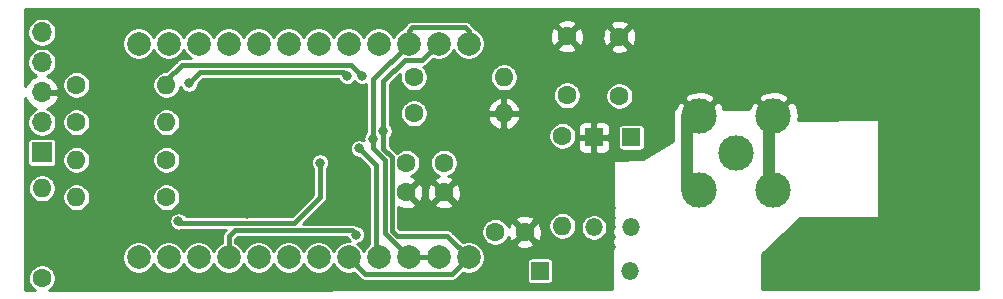
<source format=gbr>
%TF.GenerationSoftware,KiCad,Pcbnew,(5.1.6-0-10_14)*%
%TF.CreationDate,2021-03-20T13:28:09-06:00*%
%TF.ProjectId,rf_dummy_50ohm_20W,72665f64-756d-46d7-995f-35306f686d5f,rev?*%
%TF.SameCoordinates,Original*%
%TF.FileFunction,Copper,L2,Bot*%
%TF.FilePolarity,Positive*%
%FSLAX46Y46*%
G04 Gerber Fmt 4.6, Leading zero omitted, Abs format (unit mm)*
G04 Created by KiCad (PCBNEW (5.1.6-0-10_14)) date 2021-03-20 13:28:09*
%MOMM*%
%LPD*%
G01*
G04 APERTURE LIST*
%TA.AperFunction,ComponentPad*%
%ADD10O,1.600000X1.600000*%
%TD*%
%TA.AperFunction,ComponentPad*%
%ADD11C,1.600000*%
%TD*%
%TA.AperFunction,ComponentPad*%
%ADD12O,1.500000X1.500000*%
%TD*%
%TA.AperFunction,ComponentPad*%
%ADD13R,1.500000X1.500000*%
%TD*%
%TA.AperFunction,ComponentPad*%
%ADD14C,2.000000*%
%TD*%
%TA.AperFunction,ComponentPad*%
%ADD15C,3.000000*%
%TD*%
%TA.AperFunction,ComponentPad*%
%ADD16O,1.700000X1.700000*%
%TD*%
%TA.AperFunction,ComponentPad*%
%ADD17R,1.700000X1.700000*%
%TD*%
%TA.AperFunction,ViaPad*%
%ADD18C,0.800000*%
%TD*%
%TA.AperFunction,Conductor*%
%ADD19C,1.016000*%
%TD*%
%TA.AperFunction,Conductor*%
%ADD20C,0.381000*%
%TD*%
%TA.AperFunction,Conductor*%
%ADD21C,0.254000*%
%TD*%
G04 APERTURE END LIST*
D10*
%TO.P,R10,2*%
%TO.N,Net-(R10-Pad2)*%
X128016000Y-95123000D03*
D11*
%TO.P,R10,1*%
%TO.N,/ICSPDAT*%
X120396000Y-95123000D03*
%TD*%
D10*
%TO.P,R9,2*%
%TO.N,Net-(R9-Pad2)*%
X128016000Y-91948000D03*
D11*
%TO.P,R9,1*%
%TO.N,/ICSPCLK*%
X120396000Y-91948000D03*
%TD*%
D10*
%TO.P,R8,2*%
%TO.N,/~MCLR*%
X120396000Y-98298000D03*
D11*
%TO.P,R8,1*%
%TO.N,Net-(R8-Pad1)*%
X128016000Y-98298000D03*
%TD*%
D10*
%TO.P,R7,2*%
%TO.N,/~MCLR*%
X117475000Y-100711000D03*
D11*
%TO.P,R7,1*%
%TO.N,VDD*%
X117475000Y-108331000D03*
%TD*%
D10*
%TO.P,R6,2*%
%TO.N,VDD*%
X120396000Y-101473000D03*
D11*
%TO.P,R6,1*%
%TO.N,/Vref+*%
X128016000Y-101473000D03*
%TD*%
%TO.P,C4,2*%
%TO.N,GND*%
X151511000Y-101052000D03*
%TO.P,C4,1*%
%TO.N,VDD*%
X151511000Y-98552000D03*
%TD*%
%TO.P,C5,2*%
%TO.N,GND*%
X148336000Y-101052000D03*
%TO.P,C5,1*%
%TO.N,VDD*%
X148336000Y-98552000D03*
%TD*%
D10*
%TO.P,R5,2*%
%TO.N,/Vdiode*%
X161544000Y-103886000D03*
D11*
%TO.P,R5,1*%
%TO.N,Net-(C1-Pad1)*%
X161544000Y-96266000D03*
%TD*%
D10*
%TO.P,R4,2*%
%TO.N,GND*%
X156591000Y-94361000D03*
D11*
%TO.P,R4,1*%
%TO.N,/Vdivider*%
X148971000Y-94361000D03*
%TD*%
D10*
%TO.P,R3,2*%
%TO.N,Net-(C1-Pad1)*%
X156591000Y-91313000D03*
D11*
%TO.P,R3,1*%
%TO.N,/Vdivider*%
X148971000Y-91313000D03*
%TD*%
D12*
%TO.P,D1,2*%
%TO.N,Net-(D1-Pad2)*%
X167259000Y-107696000D03*
D13*
%TO.P,D1,1*%
%TO.N,Net-(C2-Pad1)*%
X159639000Y-107696000D03*
%TD*%
D11*
%TO.P,C2,2*%
%TO.N,GND*%
X158369000Y-104394000D03*
%TO.P,C2,1*%
%TO.N,Net-(C2-Pad1)*%
X155869000Y-104394000D03*
%TD*%
D12*
%TO.P,D3,2*%
%TO.N,/Vdiode*%
X164211000Y-104013000D03*
D13*
%TO.P,D3,1*%
%TO.N,GND*%
X164211000Y-96393000D03*
%TD*%
D14*
%TO.P,U4,13*%
%TO.N,/LCD3_B*%
X125667762Y-88461500D03*
%TO.P,U4,14*%
%TO.N,/LCD3_A*%
X128207762Y-88461500D03*
%TO.P,U4,15*%
%TO.N,/LCD3_F*%
X130747762Y-88461500D03*
%TO.P,U4,16*%
%TO.N,/LCD3_G*%
X133287762Y-88461500D03*
%TO.P,U4,17*%
%TO.N,/LCD2_B*%
X135827762Y-88461500D03*
%TO.P,U4,18*%
%TO.N,/LCD2_A*%
X138367762Y-88461500D03*
%TO.P,U4,19*%
%TO.N,/LCD2_F*%
X140907762Y-88461500D03*
%TO.P,U4,20*%
%TO.N,/LCD2_G*%
X143447762Y-88461500D03*
%TO.P,U4,21*%
%TO.N,/LCD1_B*%
X145987762Y-88461500D03*
%TO.P,U4,22*%
%TO.N,/LCD1_ADEG*%
X148527762Y-88461500D03*
%TO.P,U4,23*%
%TO.N,/LCD_COM*%
X151067762Y-88461500D03*
%TO.P,U4,24*%
%TO.N,/LCD1_ADEG*%
X153607762Y-88461500D03*
%TO.P,U4,1*%
%TO.N,/LCD_COM*%
X153607762Y-106561500D03*
%TO.P,U4,2*%
%TO.N,/LCD1_ADEG*%
X151067762Y-106561500D03*
%TO.P,U4,3*%
X148527762Y-106561500D03*
%TO.P,U4,4*%
%TO.N,/LCD1_C*%
X145987762Y-106561500D03*
%TO.P,U4,5*%
%TO.N,/LCD_COM*%
X143447762Y-106561500D03*
%TO.P,U4,6*%
%TO.N,/LCD2_E*%
X140907762Y-106561500D03*
%TO.P,U4,7*%
%TO.N,/LCD2_D*%
X138367762Y-106561500D03*
%TO.P,U4,8*%
%TO.N,/LCD2_C*%
X135827762Y-106561500D03*
%TO.P,U4,9*%
%TO.N,/LCD_DP2*%
X133287762Y-106561500D03*
%TO.P,U4,10*%
%TO.N,/LCD3_E*%
X130747762Y-106561500D03*
%TO.P,U4,11*%
%TO.N,/LCD3_D*%
X128207762Y-106561500D03*
%TO.P,U4,12*%
%TO.N,/LCD3_C*%
X125667762Y-106561500D03*
%TD*%
D15*
%TO.P,J1,2*%
%TO.N,GND*%
X179406000Y-100875000D03*
%TO.P,J1,1*%
%TO.N,Net-(D1-Pad2)*%
X176276000Y-97745000D03*
%TO.P,J1,2*%
%TO.N,GND*%
X173146000Y-100875000D03*
X179406000Y-94615000D03*
X173146000Y-94615000D03*
%TD*%
D16*
%TO.P,J2,5*%
%TO.N,/ICSPCLK*%
X117475000Y-87503000D03*
%TO.P,J2,4*%
%TO.N,/ICSPDAT*%
X117475000Y-90043000D03*
%TO.P,J2,3*%
%TO.N,GND*%
X117475000Y-92583000D03*
%TO.P,J2,2*%
%TO.N,VDD*%
X117475000Y-95123000D03*
D17*
%TO.P,J2,1*%
%TO.N,/~MCLR*%
X117475000Y-97663000D03*
%TD*%
D12*
%TO.P,D2,2*%
%TO.N,Net-(D1-Pad2)*%
X167386000Y-104013000D03*
D13*
%TO.P,D2,1*%
%TO.N,Net-(C1-Pad1)*%
X167386000Y-96393000D03*
%TD*%
D11*
%TO.P,C3,2*%
%TO.N,GND*%
X166370000Y-87884000D03*
%TO.P,C3,1*%
%TO.N,Net-(C1-Pad1)*%
X166370000Y-92884000D03*
%TD*%
%TO.P,C1,2*%
%TO.N,GND*%
X161925000Y-87837000D03*
%TO.P,C1,1*%
%TO.N,Net-(C1-Pad1)*%
X161925000Y-92837000D03*
%TD*%
D18*
%TO.N,GND*%
X144866111Y-99777409D03*
X137351762Y-97765500D03*
X158433762Y-87859500D03*
X122238762Y-107544500D03*
X122238762Y-87224500D03*
X122238762Y-89129500D03*
X126873000Y-86614000D03*
X131953000Y-86614000D03*
X137033000Y-86614000D03*
X141923762Y-86589500D03*
X147003762Y-86589500D03*
X155258762Y-86589500D03*
X141923762Y-108179500D03*
X137478762Y-108179500D03*
X132398762Y-108179500D03*
X126683762Y-108179500D03*
X138748762Y-101829500D03*
X143193762Y-103099500D03*
X134874000Y-102870000D03*
X123952000Y-108204000D03*
X152273000Y-108966000D03*
X138176000Y-96520000D03*
X144907000Y-102997000D03*
X134493000Y-105283000D03*
X142176500Y-105156000D03*
X156210000Y-89027000D03*
X148082000Y-108966000D03*
X151257000Y-94361000D03*
X153543000Y-94361000D03*
X151003000Y-91440000D03*
X153797000Y-91440000D03*
X147574000Y-92964000D03*
X148463000Y-103759000D03*
X150114000Y-103759000D03*
X152019000Y-103759000D03*
X149987000Y-99822000D03*
X147574000Y-96901000D03*
X149987000Y-97282000D03*
X153035000Y-97282000D03*
X157861000Y-100838000D03*
X154051000Y-103759000D03*
X165671500Y-104838500D03*
X164211000Y-98234500D03*
X163195000Y-90805000D03*
X166370000Y-90805000D03*
X185420000Y-105664000D03*
X190119000Y-108839000D03*
X171450000Y-87630000D03*
X175260000Y-87630000D03*
X177927000Y-87630000D03*
X182372000Y-92837000D03*
X190690500Y-102362000D03*
X180340000Y-90805000D03*
X195199000Y-85979000D03*
X194564000Y-108839000D03*
X194818000Y-102425500D03*
X153670000Y-100965000D03*
X180721000Y-87693500D03*
X163131500Y-94805500D03*
X133223000Y-92456000D03*
X131064000Y-92583000D03*
X133223000Y-94488000D03*
X117348000Y-102870000D03*
X123317000Y-101473000D03*
X125603000Y-100203000D03*
X123698000Y-98044000D03*
X125476000Y-95758000D03*
X122936000Y-94234000D03*
X125095000Y-91948000D03*
X122809000Y-91059000D03*
X130937000Y-101219000D03*
X119253000Y-99949000D03*
X119761000Y-108204000D03*
X119761000Y-86868000D03*
X194310000Y-92900500D03*
X193929000Y-98806000D03*
X192913000Y-97790000D03*
X193929000Y-96774000D03*
X193929000Y-94742000D03*
X192913000Y-95758000D03*
X191897000Y-96774000D03*
X190881000Y-97790000D03*
X191897000Y-98806000D03*
X192913000Y-99822000D03*
X193929000Y-100838000D03*
X191897000Y-100838000D03*
X190881000Y-99822000D03*
X189865000Y-100838000D03*
X189865000Y-98806000D03*
X188849000Y-99822000D03*
X188849000Y-97790000D03*
X188849000Y-95758000D03*
X189865000Y-96774000D03*
X190881000Y-95758000D03*
X191897000Y-94742000D03*
X189865000Y-94742000D03*
X183959500Y-90614500D03*
X185547000Y-88646000D03*
X186436000Y-92964000D03*
X191008000Y-92964000D03*
X189103000Y-102362000D03*
X194818000Y-95250000D03*
X194818000Y-97536000D03*
X194818000Y-99822000D03*
X193103500Y-102425500D03*
X159512000Y-94742000D03*
X165671500Y-103187500D03*
X165671500Y-105664000D03*
X165671500Y-102362000D03*
X165671500Y-104013000D03*
X173355000Y-90805000D03*
X177165000Y-90805000D03*
X169545000Y-90805000D03*
X164846000Y-105664000D03*
X165735000Y-94488000D03*
X163957000Y-105664000D03*
X163068000Y-105664000D03*
X162179000Y-105664000D03*
X161290000Y-105664000D03*
X160147000Y-104394000D03*
X160528000Y-105156000D03*
X159829500Y-98933000D03*
X159448500Y-101600000D03*
X163576000Y-100457000D03*
X179832000Y-108839000D03*
X179832000Y-106299000D03*
X181991000Y-108839000D03*
X185547000Y-108839000D03*
X183769000Y-103822500D03*
X160147000Y-103505000D03*
X160147000Y-102616000D03*
X164465000Y-107696000D03*
X161925000Y-107696000D03*
%TO.N,VDD*%
X141034762Y-98527500D03*
X129032000Y-103505000D03*
%TO.N,Net-(R9-Pad2)*%
X144590762Y-91190000D03*
%TO.N,/LCD_COM*%
X146387981Y-95860500D03*
%TO.N,/LCD_DP2*%
X144082762Y-104623500D03*
%TO.N,/LCD1_ADEG*%
X145479762Y-96495500D03*
%TO.N,/LCD1_C*%
X144336762Y-97327000D03*
%TO.N,Net-(R10-Pad2)*%
X143320762Y-91190000D03*
X129921000Y-91821000D03*
%TD*%
D19*
%TO.N,GND*%
X179070000Y-100875000D02*
X179070000Y-94615000D01*
X172085000Y-100875000D02*
X172085000Y-94615000D01*
D20*
%TO.N,VDD*%
X141034762Y-98527500D02*
X141034762Y-101471738D01*
X141034762Y-101471738D02*
X138845999Y-103660501D01*
X131712794Y-103645794D02*
X131727501Y-103660501D01*
X138845999Y-103660501D02*
X131727501Y-103660501D01*
X131727501Y-103660501D02*
X130522263Y-103660501D01*
X129187501Y-103660501D02*
X129032000Y-103505000D01*
X130522263Y-103660501D02*
X129187501Y-103660501D01*
%TO.N,Net-(R9-Pad2)*%
X128016000Y-91567000D02*
X128016000Y-91948000D01*
X129310500Y-90272500D02*
X128016000Y-91567000D01*
X143673262Y-90272500D02*
X129310500Y-90272500D01*
X144590762Y-91190000D02*
X143673262Y-90272500D01*
%TO.N,/LCD_COM*%
X144838263Y-107952001D02*
X143447762Y-106561500D01*
X152217261Y-107952001D02*
X144838263Y-107952001D01*
X153607762Y-106561500D02*
X152217261Y-107952001D01*
X147076772Y-98032838D02*
X147076772Y-104288838D01*
X147538434Y-104750500D02*
X151796762Y-104750500D01*
X151796762Y-104750500D02*
X153607762Y-106561500D01*
X147076772Y-104288838D02*
X147538434Y-104750500D01*
X146387981Y-95860500D02*
X146387981Y-97344047D01*
X146387981Y-97344047D02*
X147076772Y-98032838D01*
X149677261Y-89852001D02*
X148186261Y-89852001D01*
X146387981Y-91650281D02*
X146387981Y-95860500D01*
X148186261Y-89852001D02*
X146387981Y-91650281D01*
X151067762Y-88461500D02*
X149677261Y-89852001D01*
%TO.N,/LCD_DP2*%
X133381762Y-106561500D02*
X133287762Y-106561500D01*
X133287762Y-104773738D02*
X133819989Y-104241511D01*
X133819989Y-104241511D02*
X139153989Y-104241511D01*
X133287762Y-106561500D02*
X133287762Y-104773738D01*
X139153989Y-104241511D02*
X139179478Y-104267000D01*
X143726262Y-104267000D02*
X144082762Y-104623500D01*
X139179478Y-104267000D02*
X143726262Y-104267000D01*
%TO.N,/LCD1_ADEG*%
X148527762Y-88461500D02*
X148527762Y-87351500D01*
X148808263Y-87070999D02*
X153327261Y-87070999D01*
X148527762Y-87351500D02*
X148808263Y-87070999D01*
X153607762Y-87351500D02*
X153607762Y-88461500D01*
X153327261Y-87070999D02*
X153607762Y-87351500D01*
X148527762Y-106561500D02*
X151067762Y-106561500D01*
X146495762Y-104529500D02*
X148527762Y-106561500D01*
X146495762Y-98273500D02*
X146495762Y-104529500D01*
X145508263Y-91480999D02*
X148527762Y-88461500D01*
X145508263Y-95450999D02*
X145508263Y-91480999D01*
X145479762Y-95479500D02*
X145508263Y-95450999D01*
X145479762Y-96495500D02*
X145479762Y-95479500D01*
X145479762Y-97257500D02*
X146495762Y-98273500D01*
X145479762Y-96495500D02*
X145479762Y-97257500D01*
%TO.N,/LCD1_C*%
X145733762Y-106307500D02*
X145987762Y-106561500D01*
X145733762Y-98724000D02*
X145733762Y-106307500D01*
X144336762Y-97327000D02*
X145733762Y-98724000D01*
%TO.N,Net-(R10-Pad2)*%
X143320762Y-91190000D02*
X142984272Y-90853510D01*
X132666490Y-90853510D02*
X130888490Y-90853510D01*
X142984272Y-90853510D02*
X132666490Y-90853510D01*
X132666490Y-90853510D02*
X132225694Y-90853510D01*
X130888490Y-90853510D02*
X129921000Y-91821000D01*
%TD*%
D21*
%TO.N,GND*%
G36*
X196723000Y-109220199D02*
G01*
X178435000Y-109248909D01*
X178435000Y-106226828D01*
X181660409Y-103187500D01*
X188214000Y-103187500D01*
X188238562Y-103185102D01*
X188262398Y-103177916D01*
X188284375Y-103166218D01*
X188303648Y-103150457D01*
X188319475Y-103131239D01*
X188331249Y-103109303D01*
X188338517Y-103085491D01*
X188341000Y-103060719D01*
X188354891Y-95002172D01*
X188352353Y-94976688D01*
X188345032Y-94952892D01*
X188333210Y-94930982D01*
X188317340Y-94911799D01*
X188298033Y-94896080D01*
X188276031Y-94884430D01*
X188252178Y-94877297D01*
X188227393Y-94874954D01*
X181525112Y-94901257D01*
X181550902Y-94572176D01*
X181501334Y-94154549D01*
X181371243Y-93754617D01*
X181213214Y-93458962D01*
X180897653Y-93302952D01*
X179585605Y-94615000D01*
X179599748Y-94629143D01*
X179420143Y-94808748D01*
X179406000Y-94794605D01*
X179391858Y-94808748D01*
X179212253Y-94629143D01*
X179226395Y-94615000D01*
X177914347Y-93302952D01*
X177598786Y-93458962D01*
X177407980Y-93833745D01*
X177373419Y-93956443D01*
X175183143Y-93975656D01*
X175111243Y-93754617D01*
X174953214Y-93458962D01*
X174637653Y-93302952D01*
X173954168Y-93986437D01*
X173591779Y-93989616D01*
X174458048Y-93123347D01*
X178093952Y-93123347D01*
X179406000Y-94435395D01*
X180718048Y-93123347D01*
X180562038Y-92807786D01*
X180187255Y-92616980D01*
X179782449Y-92502956D01*
X179363176Y-92470098D01*
X178945549Y-92519666D01*
X178545617Y-92649757D01*
X178249962Y-92807786D01*
X178093952Y-93123347D01*
X174458048Y-93123347D01*
X174302038Y-92807786D01*
X173927255Y-92616980D01*
X173522449Y-92502956D01*
X173103176Y-92470098D01*
X172685549Y-92519666D01*
X172285617Y-92649757D01*
X171989962Y-92807786D01*
X171833952Y-93123347D01*
X172707973Y-93997368D01*
X172351887Y-94000492D01*
X171654347Y-93302952D01*
X171338786Y-93458962D01*
X171147980Y-93833745D01*
X171097913Y-94011492D01*
X171067886Y-94011755D01*
X171044224Y-94014190D01*
X171020399Y-94021417D01*
X170998443Y-94033153D01*
X170979197Y-94048947D01*
X170963403Y-94068193D01*
X170951667Y-94090149D01*
X170944440Y-94113974D01*
X170942000Y-94138750D01*
X170942000Y-96702692D01*
X168400976Y-98252097D01*
X165948580Y-98266252D01*
X165925653Y-98268473D01*
X165901765Y-98275487D01*
X165879704Y-98287026D01*
X165860318Y-98302647D01*
X165844352Y-98321750D01*
X165832420Y-98343601D01*
X165824980Y-98367359D01*
X165822318Y-98392113D01*
X165724936Y-109268861D01*
X118085206Y-109343649D01*
X118227843Y-109248342D01*
X118392342Y-109083843D01*
X118521588Y-108890413D01*
X118610614Y-108675485D01*
X118656000Y-108447318D01*
X118656000Y-108214682D01*
X118610614Y-107986515D01*
X118521588Y-107771587D01*
X118392342Y-107578157D01*
X118227843Y-107413658D01*
X118034413Y-107284412D01*
X117819485Y-107195386D01*
X117591318Y-107150000D01*
X117358682Y-107150000D01*
X117130515Y-107195386D01*
X116915587Y-107284412D01*
X116722157Y-107413658D01*
X116557658Y-107578157D01*
X116428412Y-107771587D01*
X116339386Y-107986515D01*
X116294000Y-108214682D01*
X116294000Y-108447318D01*
X116339386Y-108675485D01*
X116428412Y-108890413D01*
X116557658Y-109083843D01*
X116722157Y-109248342D01*
X116867654Y-109345560D01*
X116078000Y-109346800D01*
X116078000Y-100594682D01*
X116294000Y-100594682D01*
X116294000Y-100827318D01*
X116339386Y-101055485D01*
X116428412Y-101270413D01*
X116557658Y-101463843D01*
X116722157Y-101628342D01*
X116915587Y-101757588D01*
X117130515Y-101846614D01*
X117358682Y-101892000D01*
X117591318Y-101892000D01*
X117819485Y-101846614D01*
X118034413Y-101757588D01*
X118227843Y-101628342D01*
X118392342Y-101463843D01*
X118463944Y-101356682D01*
X119215000Y-101356682D01*
X119215000Y-101589318D01*
X119260386Y-101817485D01*
X119349412Y-102032413D01*
X119478658Y-102225843D01*
X119643157Y-102390342D01*
X119836587Y-102519588D01*
X120051515Y-102608614D01*
X120279682Y-102654000D01*
X120512318Y-102654000D01*
X120740485Y-102608614D01*
X120955413Y-102519588D01*
X121148843Y-102390342D01*
X121313342Y-102225843D01*
X121442588Y-102032413D01*
X121531614Y-101817485D01*
X121577000Y-101589318D01*
X121577000Y-101356682D01*
X126835000Y-101356682D01*
X126835000Y-101589318D01*
X126880386Y-101817485D01*
X126969412Y-102032413D01*
X127098658Y-102225843D01*
X127263157Y-102390342D01*
X127456587Y-102519588D01*
X127671515Y-102608614D01*
X127899682Y-102654000D01*
X128132318Y-102654000D01*
X128360485Y-102608614D01*
X128575413Y-102519588D01*
X128768843Y-102390342D01*
X128933342Y-102225843D01*
X129062588Y-102032413D01*
X129151614Y-101817485D01*
X129197000Y-101589318D01*
X129197000Y-101356682D01*
X129151614Y-101128515D01*
X129062588Y-100913587D01*
X128933342Y-100720157D01*
X128768843Y-100555658D01*
X128575413Y-100426412D01*
X128360485Y-100337386D01*
X128132318Y-100292000D01*
X127899682Y-100292000D01*
X127671515Y-100337386D01*
X127456587Y-100426412D01*
X127263157Y-100555658D01*
X127098658Y-100720157D01*
X126969412Y-100913587D01*
X126880386Y-101128515D01*
X126835000Y-101356682D01*
X121577000Y-101356682D01*
X121531614Y-101128515D01*
X121442588Y-100913587D01*
X121313342Y-100720157D01*
X121148843Y-100555658D01*
X120955413Y-100426412D01*
X120740485Y-100337386D01*
X120512318Y-100292000D01*
X120279682Y-100292000D01*
X120051515Y-100337386D01*
X119836587Y-100426412D01*
X119643157Y-100555658D01*
X119478658Y-100720157D01*
X119349412Y-100913587D01*
X119260386Y-101128515D01*
X119215000Y-101356682D01*
X118463944Y-101356682D01*
X118521588Y-101270413D01*
X118610614Y-101055485D01*
X118656000Y-100827318D01*
X118656000Y-100594682D01*
X118610614Y-100366515D01*
X118521588Y-100151587D01*
X118392342Y-99958157D01*
X118227843Y-99793658D01*
X118034413Y-99664412D01*
X117819485Y-99575386D01*
X117591318Y-99530000D01*
X117358682Y-99530000D01*
X117130515Y-99575386D01*
X116915587Y-99664412D01*
X116722157Y-99793658D01*
X116557658Y-99958157D01*
X116428412Y-100151587D01*
X116339386Y-100366515D01*
X116294000Y-100594682D01*
X116078000Y-100594682D01*
X116078000Y-96813000D01*
X116242157Y-96813000D01*
X116242157Y-98513000D01*
X116249513Y-98587689D01*
X116271299Y-98659508D01*
X116306678Y-98725696D01*
X116354289Y-98783711D01*
X116412304Y-98831322D01*
X116478492Y-98866701D01*
X116550311Y-98888487D01*
X116625000Y-98895843D01*
X118325000Y-98895843D01*
X118399689Y-98888487D01*
X118471508Y-98866701D01*
X118537696Y-98831322D01*
X118595711Y-98783711D01*
X118643322Y-98725696D01*
X118678701Y-98659508D01*
X118700487Y-98587689D01*
X118707843Y-98513000D01*
X118707843Y-98181682D01*
X119215000Y-98181682D01*
X119215000Y-98414318D01*
X119260386Y-98642485D01*
X119349412Y-98857413D01*
X119478658Y-99050843D01*
X119643157Y-99215342D01*
X119836587Y-99344588D01*
X120051515Y-99433614D01*
X120279682Y-99479000D01*
X120512318Y-99479000D01*
X120740485Y-99433614D01*
X120955413Y-99344588D01*
X121148843Y-99215342D01*
X121313342Y-99050843D01*
X121442588Y-98857413D01*
X121531614Y-98642485D01*
X121577000Y-98414318D01*
X121577000Y-98181682D01*
X126835000Y-98181682D01*
X126835000Y-98414318D01*
X126880386Y-98642485D01*
X126969412Y-98857413D01*
X127098658Y-99050843D01*
X127263157Y-99215342D01*
X127456587Y-99344588D01*
X127671515Y-99433614D01*
X127899682Y-99479000D01*
X128132318Y-99479000D01*
X128360485Y-99433614D01*
X128575413Y-99344588D01*
X128768843Y-99215342D01*
X128933342Y-99050843D01*
X129062588Y-98857413D01*
X129151614Y-98642485D01*
X129197000Y-98414318D01*
X129197000Y-98181682D01*
X129151614Y-97953515D01*
X129062588Y-97738587D01*
X128933342Y-97545157D01*
X128768843Y-97380658D01*
X128575413Y-97251412D01*
X128360485Y-97162386D01*
X128132318Y-97117000D01*
X127899682Y-97117000D01*
X127671515Y-97162386D01*
X127456587Y-97251412D01*
X127263157Y-97380658D01*
X127098658Y-97545157D01*
X126969412Y-97738587D01*
X126880386Y-97953515D01*
X126835000Y-98181682D01*
X121577000Y-98181682D01*
X121531614Y-97953515D01*
X121442588Y-97738587D01*
X121313342Y-97545157D01*
X121148843Y-97380658D01*
X120955413Y-97251412D01*
X120740485Y-97162386D01*
X120512318Y-97117000D01*
X120279682Y-97117000D01*
X120051515Y-97162386D01*
X119836587Y-97251412D01*
X119643157Y-97380658D01*
X119478658Y-97545157D01*
X119349412Y-97738587D01*
X119260386Y-97953515D01*
X119215000Y-98181682D01*
X118707843Y-98181682D01*
X118707843Y-96813000D01*
X118700487Y-96738311D01*
X118678701Y-96666492D01*
X118643322Y-96600304D01*
X118595711Y-96542289D01*
X118537696Y-96494678D01*
X118471508Y-96459299D01*
X118399689Y-96437513D01*
X118325000Y-96430157D01*
X116625000Y-96430157D01*
X116550311Y-96437513D01*
X116478492Y-96459299D01*
X116412304Y-96494678D01*
X116354289Y-96542289D01*
X116306678Y-96600304D01*
X116271299Y-96666492D01*
X116249513Y-96738311D01*
X116242157Y-96813000D01*
X116078000Y-96813000D01*
X116078000Y-93086522D01*
X116078175Y-93087099D01*
X116203359Y-93349920D01*
X116377412Y-93583269D01*
X116593645Y-93778178D01*
X116843748Y-93927157D01*
X117006168Y-93984772D01*
X116891903Y-94032102D01*
X116690283Y-94166820D01*
X116518820Y-94338283D01*
X116384102Y-94539903D01*
X116291307Y-94763931D01*
X116244000Y-95001757D01*
X116244000Y-95244243D01*
X116291307Y-95482069D01*
X116384102Y-95706097D01*
X116518820Y-95907717D01*
X116690283Y-96079180D01*
X116891903Y-96213898D01*
X117115931Y-96306693D01*
X117353757Y-96354000D01*
X117596243Y-96354000D01*
X117834069Y-96306693D01*
X118058097Y-96213898D01*
X118259717Y-96079180D01*
X118431180Y-95907717D01*
X118565898Y-95706097D01*
X118658693Y-95482069D01*
X118706000Y-95244243D01*
X118706000Y-95006682D01*
X119215000Y-95006682D01*
X119215000Y-95239318D01*
X119260386Y-95467485D01*
X119349412Y-95682413D01*
X119478658Y-95875843D01*
X119643157Y-96040342D01*
X119836587Y-96169588D01*
X120051515Y-96258614D01*
X120279682Y-96304000D01*
X120512318Y-96304000D01*
X120740485Y-96258614D01*
X120955413Y-96169588D01*
X121148843Y-96040342D01*
X121313342Y-95875843D01*
X121442588Y-95682413D01*
X121531614Y-95467485D01*
X121577000Y-95239318D01*
X121577000Y-95006682D01*
X126835000Y-95006682D01*
X126835000Y-95239318D01*
X126880386Y-95467485D01*
X126969412Y-95682413D01*
X127098658Y-95875843D01*
X127263157Y-96040342D01*
X127456587Y-96169588D01*
X127671515Y-96258614D01*
X127899682Y-96304000D01*
X128132318Y-96304000D01*
X128360485Y-96258614D01*
X128575413Y-96169588D01*
X128768843Y-96040342D01*
X128933342Y-95875843D01*
X129062588Y-95682413D01*
X129151614Y-95467485D01*
X129197000Y-95239318D01*
X129197000Y-95006682D01*
X129151614Y-94778515D01*
X129062588Y-94563587D01*
X128933342Y-94370157D01*
X128768843Y-94205658D01*
X128575413Y-94076412D01*
X128360485Y-93987386D01*
X128132318Y-93942000D01*
X127899682Y-93942000D01*
X127671515Y-93987386D01*
X127456587Y-94076412D01*
X127263157Y-94205658D01*
X127098658Y-94370157D01*
X126969412Y-94563587D01*
X126880386Y-94778515D01*
X126835000Y-95006682D01*
X121577000Y-95006682D01*
X121531614Y-94778515D01*
X121442588Y-94563587D01*
X121313342Y-94370157D01*
X121148843Y-94205658D01*
X120955413Y-94076412D01*
X120740485Y-93987386D01*
X120512318Y-93942000D01*
X120279682Y-93942000D01*
X120051515Y-93987386D01*
X119836587Y-94076412D01*
X119643157Y-94205658D01*
X119478658Y-94370157D01*
X119349412Y-94563587D01*
X119260386Y-94778515D01*
X119215000Y-95006682D01*
X118706000Y-95006682D01*
X118706000Y-95001757D01*
X118658693Y-94763931D01*
X118565898Y-94539903D01*
X118431180Y-94338283D01*
X118259717Y-94166820D01*
X118058097Y-94032102D01*
X117943832Y-93984772D01*
X118106252Y-93927157D01*
X118356355Y-93778178D01*
X118572588Y-93583269D01*
X118746641Y-93349920D01*
X118871825Y-93087099D01*
X118916476Y-92939890D01*
X118795155Y-92710000D01*
X117602000Y-92710000D01*
X117602000Y-92730000D01*
X117348000Y-92730000D01*
X117348000Y-92710000D01*
X117328000Y-92710000D01*
X117328000Y-92456000D01*
X117348000Y-92456000D01*
X117348000Y-92436000D01*
X117602000Y-92436000D01*
X117602000Y-92456000D01*
X118795155Y-92456000D01*
X118916476Y-92226110D01*
X118871825Y-92078901D01*
X118754073Y-91831682D01*
X119215000Y-91831682D01*
X119215000Y-92064318D01*
X119260386Y-92292485D01*
X119349412Y-92507413D01*
X119478658Y-92700843D01*
X119643157Y-92865342D01*
X119836587Y-92994588D01*
X120051515Y-93083614D01*
X120279682Y-93129000D01*
X120512318Y-93129000D01*
X120740485Y-93083614D01*
X120955413Y-92994588D01*
X121148843Y-92865342D01*
X121313342Y-92700843D01*
X121442588Y-92507413D01*
X121531614Y-92292485D01*
X121577000Y-92064318D01*
X121577000Y-91831682D01*
X121531614Y-91603515D01*
X121442588Y-91388587D01*
X121313342Y-91195157D01*
X121148843Y-91030658D01*
X120955413Y-90901412D01*
X120740485Y-90812386D01*
X120512318Y-90767000D01*
X120279682Y-90767000D01*
X120051515Y-90812386D01*
X119836587Y-90901412D01*
X119643157Y-91030658D01*
X119478658Y-91195157D01*
X119349412Y-91388587D01*
X119260386Y-91603515D01*
X119215000Y-91831682D01*
X118754073Y-91831682D01*
X118746641Y-91816080D01*
X118572588Y-91582731D01*
X118356355Y-91387822D01*
X118106252Y-91238843D01*
X117943832Y-91181228D01*
X118058097Y-91133898D01*
X118259717Y-90999180D01*
X118431180Y-90827717D01*
X118565898Y-90626097D01*
X118658693Y-90402069D01*
X118706000Y-90164243D01*
X118706000Y-89921757D01*
X118658693Y-89683931D01*
X118565898Y-89459903D01*
X118431180Y-89258283D01*
X118259717Y-89086820D01*
X118058097Y-88952102D01*
X117834069Y-88859307D01*
X117596243Y-88812000D01*
X117353757Y-88812000D01*
X117115931Y-88859307D01*
X116891903Y-88952102D01*
X116690283Y-89086820D01*
X116518820Y-89258283D01*
X116384102Y-89459903D01*
X116291307Y-89683931D01*
X116244000Y-89921757D01*
X116244000Y-90164243D01*
X116291307Y-90402069D01*
X116384102Y-90626097D01*
X116518820Y-90827717D01*
X116690283Y-90999180D01*
X116891903Y-91133898D01*
X117006168Y-91181228D01*
X116843748Y-91238843D01*
X116593645Y-91387822D01*
X116377412Y-91582731D01*
X116203359Y-91816080D01*
X116078175Y-92078901D01*
X116078000Y-92079478D01*
X116078000Y-87381757D01*
X116244000Y-87381757D01*
X116244000Y-87624243D01*
X116291307Y-87862069D01*
X116384102Y-88086097D01*
X116518820Y-88287717D01*
X116690283Y-88459180D01*
X116891903Y-88593898D01*
X117115931Y-88686693D01*
X117353757Y-88734000D01*
X117596243Y-88734000D01*
X117834069Y-88686693D01*
X118058097Y-88593898D01*
X118259717Y-88459180D01*
X118393414Y-88325483D01*
X124286762Y-88325483D01*
X124286762Y-88597517D01*
X124339833Y-88864323D01*
X124443936Y-89115649D01*
X124595069Y-89341836D01*
X124787426Y-89534193D01*
X125013613Y-89685326D01*
X125264939Y-89789429D01*
X125531745Y-89842500D01*
X125803779Y-89842500D01*
X126070585Y-89789429D01*
X126321911Y-89685326D01*
X126548098Y-89534193D01*
X126740455Y-89341836D01*
X126891588Y-89115649D01*
X126937762Y-89004175D01*
X126983936Y-89115649D01*
X127135069Y-89341836D01*
X127327426Y-89534193D01*
X127553613Y-89685326D01*
X127804939Y-89789429D01*
X128071745Y-89842500D01*
X128343779Y-89842500D01*
X128610585Y-89789429D01*
X128861911Y-89685326D01*
X129088098Y-89534193D01*
X129280455Y-89341836D01*
X129431588Y-89115649D01*
X129477762Y-89004175D01*
X129523936Y-89115649D01*
X129675069Y-89341836D01*
X129867426Y-89534193D01*
X130093613Y-89685326D01*
X130131453Y-89701000D01*
X129338571Y-89701000D01*
X129310499Y-89698235D01*
X129282427Y-89701000D01*
X129282426Y-89701000D01*
X129198466Y-89709269D01*
X129090738Y-89741948D01*
X128991455Y-89795016D01*
X128904433Y-89866433D01*
X128886534Y-89888243D01*
X128007778Y-90767000D01*
X127899682Y-90767000D01*
X127671515Y-90812386D01*
X127456587Y-90901412D01*
X127263157Y-91030658D01*
X127098658Y-91195157D01*
X126969412Y-91388587D01*
X126880386Y-91603515D01*
X126835000Y-91831682D01*
X126835000Y-92064318D01*
X126880386Y-92292485D01*
X126969412Y-92507413D01*
X127098658Y-92700843D01*
X127263157Y-92865342D01*
X127456587Y-92994588D01*
X127671515Y-93083614D01*
X127899682Y-93129000D01*
X128132318Y-93129000D01*
X128360485Y-93083614D01*
X128575413Y-92994588D01*
X128768843Y-92865342D01*
X128933342Y-92700843D01*
X129062588Y-92507413D01*
X129151614Y-92292485D01*
X129190329Y-92097855D01*
X129228887Y-92190942D01*
X129314358Y-92318859D01*
X129423141Y-92427642D01*
X129551058Y-92513113D01*
X129693191Y-92571987D01*
X129844078Y-92602000D01*
X129997922Y-92602000D01*
X130148809Y-92571987D01*
X130290942Y-92513113D01*
X130418859Y-92427642D01*
X130527642Y-92318859D01*
X130613113Y-92190942D01*
X130671987Y-92048809D01*
X130702000Y-91897922D01*
X130702000Y-91848222D01*
X131125213Y-91425010D01*
X142572758Y-91425010D01*
X142628649Y-91559942D01*
X142714120Y-91687859D01*
X142822903Y-91796642D01*
X142950820Y-91882113D01*
X143092953Y-91940987D01*
X143243840Y-91971000D01*
X143397684Y-91971000D01*
X143548571Y-91940987D01*
X143690704Y-91882113D01*
X143818621Y-91796642D01*
X143927404Y-91687859D01*
X143955762Y-91645418D01*
X143984120Y-91687859D01*
X144092903Y-91796642D01*
X144220820Y-91882113D01*
X144362953Y-91940987D01*
X144513840Y-91971000D01*
X144667684Y-91971000D01*
X144818571Y-91940987D01*
X144936764Y-91892029D01*
X144936763Y-95300771D01*
X144916531Y-95367467D01*
X144905497Y-95479500D01*
X144908263Y-95507584D01*
X144908263Y-95962498D01*
X144873120Y-95997641D01*
X144787649Y-96125558D01*
X144728775Y-96267691D01*
X144698762Y-96418578D01*
X144698762Y-96572422D01*
X144711874Y-96638342D01*
X144706704Y-96634887D01*
X144564571Y-96576013D01*
X144413684Y-96546000D01*
X144259840Y-96546000D01*
X144108953Y-96576013D01*
X143966820Y-96634887D01*
X143838903Y-96720358D01*
X143730120Y-96829141D01*
X143644649Y-96957058D01*
X143585775Y-97099191D01*
X143555762Y-97250078D01*
X143555762Y-97403922D01*
X143585775Y-97554809D01*
X143644649Y-97696942D01*
X143730120Y-97824859D01*
X143838903Y-97933642D01*
X143966820Y-98019113D01*
X144108953Y-98077987D01*
X144259840Y-98108000D01*
X144309540Y-98108000D01*
X145162262Y-98960723D01*
X145162263Y-105452166D01*
X145107426Y-105488807D01*
X144915069Y-105681164D01*
X144763936Y-105907351D01*
X144717762Y-106018825D01*
X144671588Y-105907351D01*
X144520455Y-105681164D01*
X144328098Y-105488807D01*
X144192234Y-105398026D01*
X144310571Y-105374487D01*
X144452704Y-105315613D01*
X144580621Y-105230142D01*
X144689404Y-105121359D01*
X144774875Y-104993442D01*
X144833749Y-104851309D01*
X144863762Y-104700422D01*
X144863762Y-104546578D01*
X144833749Y-104395691D01*
X144774875Y-104253558D01*
X144689404Y-104125641D01*
X144580621Y-104016858D01*
X144452704Y-103931387D01*
X144310571Y-103872513D01*
X144159684Y-103842500D01*
X144109868Y-103842500D01*
X144045307Y-103789516D01*
X143946024Y-103736448D01*
X143838296Y-103703769D01*
X143754336Y-103695500D01*
X143726262Y-103692735D01*
X143698188Y-103695500D01*
X139619222Y-103695500D01*
X141419019Y-101895704D01*
X141440829Y-101877805D01*
X141512246Y-101790783D01*
X141565314Y-101691500D01*
X141597993Y-101583772D01*
X141606262Y-101499812D01*
X141606262Y-101499811D01*
X141609027Y-101471739D01*
X141606262Y-101443667D01*
X141606262Y-99060501D01*
X141641404Y-99025359D01*
X141726875Y-98897442D01*
X141785749Y-98755309D01*
X141815762Y-98604422D01*
X141815762Y-98450578D01*
X141785749Y-98299691D01*
X141726875Y-98157558D01*
X141641404Y-98029641D01*
X141532621Y-97920858D01*
X141404704Y-97835387D01*
X141262571Y-97776513D01*
X141111684Y-97746500D01*
X140957840Y-97746500D01*
X140806953Y-97776513D01*
X140664820Y-97835387D01*
X140536903Y-97920858D01*
X140428120Y-98029641D01*
X140342649Y-98157558D01*
X140283775Y-98299691D01*
X140253762Y-98450578D01*
X140253762Y-98604422D01*
X140283775Y-98755309D01*
X140342649Y-98897442D01*
X140428120Y-99025359D01*
X140463262Y-99060501D01*
X140463263Y-101235014D01*
X138609277Y-103089001D01*
X131846050Y-103089001D01*
X131824827Y-103082563D01*
X131712794Y-103071529D01*
X131600761Y-103082563D01*
X131579538Y-103089001D01*
X129693339Y-103089001D01*
X129638642Y-103007141D01*
X129529859Y-102898358D01*
X129401942Y-102812887D01*
X129259809Y-102754013D01*
X129108922Y-102724000D01*
X128955078Y-102724000D01*
X128804191Y-102754013D01*
X128662058Y-102812887D01*
X128534141Y-102898358D01*
X128425358Y-103007141D01*
X128339887Y-103135058D01*
X128281013Y-103277191D01*
X128251000Y-103428078D01*
X128251000Y-103581922D01*
X128281013Y-103732809D01*
X128339887Y-103874942D01*
X128425358Y-104002859D01*
X128534141Y-104111642D01*
X128662058Y-104197113D01*
X128804191Y-104255987D01*
X128955078Y-104286000D01*
X129108922Y-104286000D01*
X129259809Y-104255987D01*
X129317716Y-104232001D01*
X131699427Y-104232001D01*
X131727501Y-104234766D01*
X131755575Y-104232001D01*
X133021277Y-104232001D01*
X132903505Y-104349772D01*
X132881696Y-104367671D01*
X132858701Y-104395691D01*
X132810278Y-104454694D01*
X132757210Y-104553977D01*
X132724531Y-104661705D01*
X132713497Y-104773738D01*
X132716263Y-104801822D01*
X132716263Y-105303439D01*
X132633613Y-105337674D01*
X132407426Y-105488807D01*
X132215069Y-105681164D01*
X132063936Y-105907351D01*
X132017762Y-106018825D01*
X131971588Y-105907351D01*
X131820455Y-105681164D01*
X131628098Y-105488807D01*
X131401911Y-105337674D01*
X131150585Y-105233571D01*
X130883779Y-105180500D01*
X130611745Y-105180500D01*
X130344939Y-105233571D01*
X130093613Y-105337674D01*
X129867426Y-105488807D01*
X129675069Y-105681164D01*
X129523936Y-105907351D01*
X129477762Y-106018825D01*
X129431588Y-105907351D01*
X129280455Y-105681164D01*
X129088098Y-105488807D01*
X128861911Y-105337674D01*
X128610585Y-105233571D01*
X128343779Y-105180500D01*
X128071745Y-105180500D01*
X127804939Y-105233571D01*
X127553613Y-105337674D01*
X127327426Y-105488807D01*
X127135069Y-105681164D01*
X126983936Y-105907351D01*
X126937762Y-106018825D01*
X126891588Y-105907351D01*
X126740455Y-105681164D01*
X126548098Y-105488807D01*
X126321911Y-105337674D01*
X126070585Y-105233571D01*
X125803779Y-105180500D01*
X125531745Y-105180500D01*
X125264939Y-105233571D01*
X125013613Y-105337674D01*
X124787426Y-105488807D01*
X124595069Y-105681164D01*
X124443936Y-105907351D01*
X124339833Y-106158677D01*
X124286762Y-106425483D01*
X124286762Y-106697517D01*
X124339833Y-106964323D01*
X124443936Y-107215649D01*
X124595069Y-107441836D01*
X124787426Y-107634193D01*
X125013613Y-107785326D01*
X125264939Y-107889429D01*
X125531745Y-107942500D01*
X125803779Y-107942500D01*
X126070585Y-107889429D01*
X126321911Y-107785326D01*
X126548098Y-107634193D01*
X126740455Y-107441836D01*
X126891588Y-107215649D01*
X126937762Y-107104175D01*
X126983936Y-107215649D01*
X127135069Y-107441836D01*
X127327426Y-107634193D01*
X127553613Y-107785326D01*
X127804939Y-107889429D01*
X128071745Y-107942500D01*
X128343779Y-107942500D01*
X128610585Y-107889429D01*
X128861911Y-107785326D01*
X129088098Y-107634193D01*
X129280455Y-107441836D01*
X129431588Y-107215649D01*
X129477762Y-107104175D01*
X129523936Y-107215649D01*
X129675069Y-107441836D01*
X129867426Y-107634193D01*
X130093613Y-107785326D01*
X130344939Y-107889429D01*
X130611745Y-107942500D01*
X130883779Y-107942500D01*
X131150585Y-107889429D01*
X131401911Y-107785326D01*
X131628098Y-107634193D01*
X131820455Y-107441836D01*
X131971588Y-107215649D01*
X132017762Y-107104175D01*
X132063936Y-107215649D01*
X132215069Y-107441836D01*
X132407426Y-107634193D01*
X132633613Y-107785326D01*
X132884939Y-107889429D01*
X133151745Y-107942500D01*
X133423779Y-107942500D01*
X133690585Y-107889429D01*
X133941911Y-107785326D01*
X134168098Y-107634193D01*
X134360455Y-107441836D01*
X134511588Y-107215649D01*
X134557762Y-107104175D01*
X134603936Y-107215649D01*
X134755069Y-107441836D01*
X134947426Y-107634193D01*
X135173613Y-107785326D01*
X135424939Y-107889429D01*
X135691745Y-107942500D01*
X135963779Y-107942500D01*
X136230585Y-107889429D01*
X136481911Y-107785326D01*
X136708098Y-107634193D01*
X136900455Y-107441836D01*
X137051588Y-107215649D01*
X137097762Y-107104175D01*
X137143936Y-107215649D01*
X137295069Y-107441836D01*
X137487426Y-107634193D01*
X137713613Y-107785326D01*
X137964939Y-107889429D01*
X138231745Y-107942500D01*
X138503779Y-107942500D01*
X138770585Y-107889429D01*
X139021911Y-107785326D01*
X139248098Y-107634193D01*
X139440455Y-107441836D01*
X139591588Y-107215649D01*
X139637762Y-107104175D01*
X139683936Y-107215649D01*
X139835069Y-107441836D01*
X140027426Y-107634193D01*
X140253613Y-107785326D01*
X140504939Y-107889429D01*
X140771745Y-107942500D01*
X141043779Y-107942500D01*
X141310585Y-107889429D01*
X141561911Y-107785326D01*
X141788098Y-107634193D01*
X141980455Y-107441836D01*
X142131588Y-107215649D01*
X142177762Y-107104175D01*
X142223936Y-107215649D01*
X142375069Y-107441836D01*
X142567426Y-107634193D01*
X142793613Y-107785326D01*
X143044939Y-107889429D01*
X143311745Y-107942500D01*
X143583779Y-107942500D01*
X143850585Y-107889429D01*
X143933234Y-107855195D01*
X144414297Y-108336258D01*
X144432196Y-108358068D01*
X144519218Y-108429485D01*
X144618501Y-108482553D01*
X144726229Y-108515232D01*
X144810189Y-108523501D01*
X144810190Y-108523501D01*
X144838262Y-108526266D01*
X144866334Y-108523501D01*
X152189187Y-108523501D01*
X152217261Y-108526266D01*
X152245335Y-108523501D01*
X152329295Y-108515232D01*
X152437023Y-108482553D01*
X152536306Y-108429485D01*
X152623328Y-108358068D01*
X152641231Y-108336253D01*
X153122290Y-107855194D01*
X153204939Y-107889429D01*
X153471745Y-107942500D01*
X153743779Y-107942500D01*
X154010585Y-107889429D01*
X154261911Y-107785326D01*
X154488098Y-107634193D01*
X154680455Y-107441836D01*
X154831588Y-107215649D01*
X154935691Y-106964323D01*
X154939335Y-106946000D01*
X158506157Y-106946000D01*
X158506157Y-108446000D01*
X158513513Y-108520689D01*
X158535299Y-108592508D01*
X158570678Y-108658696D01*
X158618289Y-108716711D01*
X158676304Y-108764322D01*
X158742492Y-108799701D01*
X158814311Y-108821487D01*
X158889000Y-108828843D01*
X160389000Y-108828843D01*
X160463689Y-108821487D01*
X160535508Y-108799701D01*
X160601696Y-108764322D01*
X160659711Y-108716711D01*
X160707322Y-108658696D01*
X160742701Y-108592508D01*
X160764487Y-108520689D01*
X160771843Y-108446000D01*
X160771843Y-106946000D01*
X160764487Y-106871311D01*
X160742701Y-106799492D01*
X160707322Y-106733304D01*
X160659711Y-106675289D01*
X160601696Y-106627678D01*
X160535508Y-106592299D01*
X160463689Y-106570513D01*
X160389000Y-106563157D01*
X158889000Y-106563157D01*
X158814311Y-106570513D01*
X158742492Y-106592299D01*
X158676304Y-106627678D01*
X158618289Y-106675289D01*
X158570678Y-106733304D01*
X158535299Y-106799492D01*
X158513513Y-106871311D01*
X158506157Y-106946000D01*
X154939335Y-106946000D01*
X154988762Y-106697517D01*
X154988762Y-106425483D01*
X154935691Y-106158677D01*
X154831588Y-105907351D01*
X154680455Y-105681164D01*
X154488098Y-105488807D01*
X154261911Y-105337674D01*
X154010585Y-105233571D01*
X153743779Y-105180500D01*
X153471745Y-105180500D01*
X153204939Y-105233571D01*
X153122290Y-105267805D01*
X152220732Y-104366248D01*
X152202829Y-104344433D01*
X152121493Y-104277682D01*
X154688000Y-104277682D01*
X154688000Y-104510318D01*
X154733386Y-104738485D01*
X154822412Y-104953413D01*
X154951658Y-105146843D01*
X155116157Y-105311342D01*
X155309587Y-105440588D01*
X155524515Y-105529614D01*
X155752682Y-105575000D01*
X155985318Y-105575000D01*
X156213485Y-105529614D01*
X156428413Y-105440588D01*
X156509058Y-105386702D01*
X157555903Y-105386702D01*
X157627486Y-105630671D01*
X157882996Y-105751571D01*
X158157184Y-105820300D01*
X158439512Y-105834217D01*
X158719130Y-105792787D01*
X158985292Y-105697603D01*
X159110514Y-105630671D01*
X159182097Y-105386702D01*
X158369000Y-104573605D01*
X157555903Y-105386702D01*
X156509058Y-105386702D01*
X156621843Y-105311342D01*
X156786342Y-105146843D01*
X156915588Y-104953413D01*
X156985069Y-104785671D01*
X157065397Y-105010292D01*
X157132329Y-105135514D01*
X157376298Y-105207097D01*
X158189395Y-104394000D01*
X158548605Y-104394000D01*
X159361702Y-105207097D01*
X159605671Y-105135514D01*
X159726571Y-104880004D01*
X159795300Y-104605816D01*
X159809217Y-104323488D01*
X159767787Y-104043870D01*
X159672603Y-103777708D01*
X159668314Y-103769682D01*
X160363000Y-103769682D01*
X160363000Y-104002318D01*
X160408386Y-104230485D01*
X160497412Y-104445413D01*
X160626658Y-104638843D01*
X160791157Y-104803342D01*
X160984587Y-104932588D01*
X161199515Y-105021614D01*
X161427682Y-105067000D01*
X161660318Y-105067000D01*
X161888485Y-105021614D01*
X162103413Y-104932588D01*
X162296843Y-104803342D01*
X162461342Y-104638843D01*
X162590588Y-104445413D01*
X162679614Y-104230485D01*
X162725000Y-104002318D01*
X162725000Y-103901606D01*
X163080000Y-103901606D01*
X163080000Y-104124394D01*
X163123464Y-104342900D01*
X163208721Y-104548729D01*
X163332495Y-104733970D01*
X163490030Y-104891505D01*
X163675271Y-105015279D01*
X163881100Y-105100536D01*
X164099606Y-105144000D01*
X164322394Y-105144000D01*
X164540900Y-105100536D01*
X164746729Y-105015279D01*
X164931970Y-104891505D01*
X165089505Y-104733970D01*
X165213279Y-104548729D01*
X165298536Y-104342900D01*
X165342000Y-104124394D01*
X165342000Y-103901606D01*
X165298536Y-103683100D01*
X165213279Y-103477271D01*
X165089505Y-103292030D01*
X164931970Y-103134495D01*
X164746729Y-103010721D01*
X164540900Y-102925464D01*
X164322394Y-102882000D01*
X164099606Y-102882000D01*
X163881100Y-102925464D01*
X163675271Y-103010721D01*
X163490030Y-103134495D01*
X163332495Y-103292030D01*
X163208721Y-103477271D01*
X163123464Y-103683100D01*
X163080000Y-103901606D01*
X162725000Y-103901606D01*
X162725000Y-103769682D01*
X162679614Y-103541515D01*
X162590588Y-103326587D01*
X162461342Y-103133157D01*
X162296843Y-102968658D01*
X162103413Y-102839412D01*
X161888485Y-102750386D01*
X161660318Y-102705000D01*
X161427682Y-102705000D01*
X161199515Y-102750386D01*
X160984587Y-102839412D01*
X160791157Y-102968658D01*
X160626658Y-103133157D01*
X160497412Y-103326587D01*
X160408386Y-103541515D01*
X160363000Y-103769682D01*
X159668314Y-103769682D01*
X159605671Y-103652486D01*
X159361702Y-103580903D01*
X158548605Y-104394000D01*
X158189395Y-104394000D01*
X157376298Y-103580903D01*
X157132329Y-103652486D01*
X157011429Y-103907996D01*
X156986760Y-104006411D01*
X156915588Y-103834587D01*
X156786342Y-103641157D01*
X156621843Y-103476658D01*
X156509059Y-103401298D01*
X157555903Y-103401298D01*
X158369000Y-104214395D01*
X159182097Y-103401298D01*
X159110514Y-103157329D01*
X158855004Y-103036429D01*
X158580816Y-102967700D01*
X158298488Y-102953783D01*
X158018870Y-102995213D01*
X157752708Y-103090397D01*
X157627486Y-103157329D01*
X157555903Y-103401298D01*
X156509059Y-103401298D01*
X156428413Y-103347412D01*
X156213485Y-103258386D01*
X155985318Y-103213000D01*
X155752682Y-103213000D01*
X155524515Y-103258386D01*
X155309587Y-103347412D01*
X155116157Y-103476658D01*
X154951658Y-103641157D01*
X154822412Y-103834587D01*
X154733386Y-104049515D01*
X154688000Y-104277682D01*
X152121493Y-104277682D01*
X152115807Y-104273016D01*
X152016524Y-104219948D01*
X151908796Y-104187269D01*
X151824836Y-104179000D01*
X151796762Y-104176235D01*
X151768688Y-104179000D01*
X147775157Y-104179000D01*
X147648272Y-104052116D01*
X147648272Y-102314121D01*
X147849996Y-102409571D01*
X148124184Y-102478300D01*
X148406512Y-102492217D01*
X148686130Y-102450787D01*
X148952292Y-102355603D01*
X149077514Y-102288671D01*
X149149097Y-102044702D01*
X150697903Y-102044702D01*
X150769486Y-102288671D01*
X151024996Y-102409571D01*
X151299184Y-102478300D01*
X151581512Y-102492217D01*
X151861130Y-102450787D01*
X152127292Y-102355603D01*
X152252514Y-102288671D01*
X152324097Y-102044702D01*
X151511000Y-101231605D01*
X150697903Y-102044702D01*
X149149097Y-102044702D01*
X148336000Y-101231605D01*
X148321858Y-101245748D01*
X148142253Y-101066143D01*
X148156395Y-101052000D01*
X148515605Y-101052000D01*
X149328702Y-101865097D01*
X149572671Y-101793514D01*
X149693571Y-101538004D01*
X149762300Y-101263816D01*
X149769265Y-101122512D01*
X150070783Y-101122512D01*
X150112213Y-101402130D01*
X150207397Y-101668292D01*
X150274329Y-101793514D01*
X150518298Y-101865097D01*
X151331395Y-101052000D01*
X151690605Y-101052000D01*
X152503702Y-101865097D01*
X152747671Y-101793514D01*
X152868571Y-101538004D01*
X152937300Y-101263816D01*
X152951217Y-100981488D01*
X152909787Y-100701870D01*
X152814603Y-100435708D01*
X152747671Y-100310486D01*
X152503702Y-100238903D01*
X151690605Y-101052000D01*
X151331395Y-101052000D01*
X150518298Y-100238903D01*
X150274329Y-100310486D01*
X150153429Y-100565996D01*
X150084700Y-100840184D01*
X150070783Y-101122512D01*
X149769265Y-101122512D01*
X149776217Y-100981488D01*
X149734787Y-100701870D01*
X149639603Y-100435708D01*
X149572671Y-100310486D01*
X149328702Y-100238903D01*
X148515605Y-101052000D01*
X148156395Y-101052000D01*
X148142253Y-101037858D01*
X148321858Y-100858253D01*
X148336000Y-100872395D01*
X149149097Y-100059298D01*
X149077514Y-99815329D01*
X148822004Y-99694429D01*
X148723589Y-99669760D01*
X148895413Y-99598588D01*
X149088843Y-99469342D01*
X149253342Y-99304843D01*
X149382588Y-99111413D01*
X149471614Y-98896485D01*
X149517000Y-98668318D01*
X149517000Y-98435682D01*
X150330000Y-98435682D01*
X150330000Y-98668318D01*
X150375386Y-98896485D01*
X150464412Y-99111413D01*
X150593658Y-99304843D01*
X150758157Y-99469342D01*
X150951587Y-99598588D01*
X151119329Y-99668069D01*
X150894708Y-99748397D01*
X150769486Y-99815329D01*
X150697903Y-100059298D01*
X151511000Y-100872395D01*
X152324097Y-100059298D01*
X152252514Y-99815329D01*
X151997004Y-99694429D01*
X151898589Y-99669760D01*
X152070413Y-99598588D01*
X152263843Y-99469342D01*
X152428342Y-99304843D01*
X152557588Y-99111413D01*
X152646614Y-98896485D01*
X152692000Y-98668318D01*
X152692000Y-98435682D01*
X152646614Y-98207515D01*
X152557588Y-97992587D01*
X152428342Y-97799157D01*
X152263843Y-97634658D01*
X152070413Y-97505412D01*
X151855485Y-97416386D01*
X151627318Y-97371000D01*
X151394682Y-97371000D01*
X151166515Y-97416386D01*
X150951587Y-97505412D01*
X150758157Y-97634658D01*
X150593658Y-97799157D01*
X150464412Y-97992587D01*
X150375386Y-98207515D01*
X150330000Y-98435682D01*
X149517000Y-98435682D01*
X149471614Y-98207515D01*
X149382588Y-97992587D01*
X149253342Y-97799157D01*
X149088843Y-97634658D01*
X148895413Y-97505412D01*
X148680485Y-97416386D01*
X148452318Y-97371000D01*
X148219682Y-97371000D01*
X147991515Y-97416386D01*
X147776587Y-97505412D01*
X147583157Y-97634658D01*
X147531613Y-97686202D01*
X147482839Y-97626771D01*
X147461030Y-97608873D01*
X146959481Y-97107325D01*
X146959481Y-96393501D01*
X146994623Y-96358359D01*
X147080094Y-96230442D01*
X147113546Y-96149682D01*
X160363000Y-96149682D01*
X160363000Y-96382318D01*
X160408386Y-96610485D01*
X160497412Y-96825413D01*
X160626658Y-97018843D01*
X160791157Y-97183342D01*
X160984587Y-97312588D01*
X161199515Y-97401614D01*
X161427682Y-97447000D01*
X161660318Y-97447000D01*
X161888485Y-97401614D01*
X162103413Y-97312588D01*
X162296843Y-97183342D01*
X162337185Y-97143000D01*
X162822928Y-97143000D01*
X162835188Y-97267482D01*
X162871498Y-97387180D01*
X162930463Y-97497494D01*
X163009815Y-97594185D01*
X163106506Y-97673537D01*
X163216820Y-97732502D01*
X163336518Y-97768812D01*
X163461000Y-97781072D01*
X163925250Y-97778000D01*
X164084000Y-97619250D01*
X164084000Y-96520000D01*
X164338000Y-96520000D01*
X164338000Y-97619250D01*
X164496750Y-97778000D01*
X164961000Y-97781072D01*
X165085482Y-97768812D01*
X165205180Y-97732502D01*
X165315494Y-97673537D01*
X165412185Y-97594185D01*
X165491537Y-97497494D01*
X165550502Y-97387180D01*
X165586812Y-97267482D01*
X165599072Y-97143000D01*
X165596000Y-96678750D01*
X165437250Y-96520000D01*
X164338000Y-96520000D01*
X164084000Y-96520000D01*
X162984750Y-96520000D01*
X162826000Y-96678750D01*
X162822928Y-97143000D01*
X162337185Y-97143000D01*
X162461342Y-97018843D01*
X162590588Y-96825413D01*
X162679614Y-96610485D01*
X162725000Y-96382318D01*
X162725000Y-96149682D01*
X162679614Y-95921515D01*
X162590588Y-95706587D01*
X162548101Y-95643000D01*
X162822928Y-95643000D01*
X162826000Y-96107250D01*
X162984750Y-96266000D01*
X164084000Y-96266000D01*
X164084000Y-95166750D01*
X164338000Y-95166750D01*
X164338000Y-96266000D01*
X165437250Y-96266000D01*
X165596000Y-96107250D01*
X165599072Y-95643000D01*
X166253157Y-95643000D01*
X166253157Y-97143000D01*
X166260513Y-97217689D01*
X166282299Y-97289508D01*
X166317678Y-97355696D01*
X166365289Y-97413711D01*
X166423304Y-97461322D01*
X166489492Y-97496701D01*
X166561311Y-97518487D01*
X166636000Y-97525843D01*
X168136000Y-97525843D01*
X168210689Y-97518487D01*
X168282508Y-97496701D01*
X168348696Y-97461322D01*
X168406711Y-97413711D01*
X168454322Y-97355696D01*
X168489701Y-97289508D01*
X168511487Y-97217689D01*
X168518843Y-97143000D01*
X168518843Y-95643000D01*
X168511487Y-95568311D01*
X168489701Y-95496492D01*
X168454322Y-95430304D01*
X168406711Y-95372289D01*
X168348696Y-95324678D01*
X168282508Y-95289299D01*
X168210689Y-95267513D01*
X168136000Y-95260157D01*
X166636000Y-95260157D01*
X166561311Y-95267513D01*
X166489492Y-95289299D01*
X166423304Y-95324678D01*
X166365289Y-95372289D01*
X166317678Y-95430304D01*
X166282299Y-95496492D01*
X166260513Y-95568311D01*
X166253157Y-95643000D01*
X165599072Y-95643000D01*
X165586812Y-95518518D01*
X165550502Y-95398820D01*
X165491537Y-95288506D01*
X165412185Y-95191815D01*
X165315494Y-95112463D01*
X165205180Y-95053498D01*
X165085482Y-95017188D01*
X164961000Y-95004928D01*
X164496750Y-95008000D01*
X164338000Y-95166750D01*
X164084000Y-95166750D01*
X163925250Y-95008000D01*
X163461000Y-95004928D01*
X163336518Y-95017188D01*
X163216820Y-95053498D01*
X163106506Y-95112463D01*
X163009815Y-95191815D01*
X162930463Y-95288506D01*
X162871498Y-95398820D01*
X162835188Y-95518518D01*
X162822928Y-95643000D01*
X162548101Y-95643000D01*
X162461342Y-95513157D01*
X162296843Y-95348658D01*
X162103413Y-95219412D01*
X161888485Y-95130386D01*
X161660318Y-95085000D01*
X161427682Y-95085000D01*
X161199515Y-95130386D01*
X160984587Y-95219412D01*
X160791157Y-95348658D01*
X160626658Y-95513157D01*
X160497412Y-95706587D01*
X160408386Y-95921515D01*
X160363000Y-96149682D01*
X147113546Y-96149682D01*
X147138968Y-96088309D01*
X147168981Y-95937422D01*
X147168981Y-95783578D01*
X147138968Y-95632691D01*
X147080094Y-95490558D01*
X146994623Y-95362641D01*
X146959481Y-95327499D01*
X146959481Y-94244682D01*
X147790000Y-94244682D01*
X147790000Y-94477318D01*
X147835386Y-94705485D01*
X147924412Y-94920413D01*
X148053658Y-95113843D01*
X148218157Y-95278342D01*
X148411587Y-95407588D01*
X148626515Y-95496614D01*
X148854682Y-95542000D01*
X149087318Y-95542000D01*
X149315485Y-95496614D01*
X149530413Y-95407588D01*
X149723843Y-95278342D01*
X149888342Y-95113843D01*
X150017588Y-94920413D01*
X150104727Y-94710039D01*
X155199096Y-94710039D01*
X155239754Y-94844087D01*
X155359963Y-95098420D01*
X155527481Y-95324414D01*
X155735869Y-95513385D01*
X155977119Y-95658070D01*
X156241960Y-95752909D01*
X156464000Y-95631624D01*
X156464000Y-94488000D01*
X156718000Y-94488000D01*
X156718000Y-95631624D01*
X156940040Y-95752909D01*
X157204881Y-95658070D01*
X157446131Y-95513385D01*
X157654519Y-95324414D01*
X157822037Y-95098420D01*
X157942246Y-94844087D01*
X157982904Y-94710039D01*
X157860915Y-94488000D01*
X156718000Y-94488000D01*
X156464000Y-94488000D01*
X155321085Y-94488000D01*
X155199096Y-94710039D01*
X150104727Y-94710039D01*
X150106614Y-94705485D01*
X150152000Y-94477318D01*
X150152000Y-94244682D01*
X150106614Y-94016515D01*
X150104728Y-94011961D01*
X155199096Y-94011961D01*
X155321085Y-94234000D01*
X156464000Y-94234000D01*
X156464000Y-93090376D01*
X156718000Y-93090376D01*
X156718000Y-94234000D01*
X157860915Y-94234000D01*
X157982904Y-94011961D01*
X157942246Y-93877913D01*
X157822037Y-93623580D01*
X157654519Y-93397586D01*
X157446131Y-93208615D01*
X157204881Y-93063930D01*
X156940040Y-92969091D01*
X156718000Y-93090376D01*
X156464000Y-93090376D01*
X156241960Y-92969091D01*
X155977119Y-93063930D01*
X155735869Y-93208615D01*
X155527481Y-93397586D01*
X155359963Y-93623580D01*
X155239754Y-93877913D01*
X155199096Y-94011961D01*
X150104728Y-94011961D01*
X150017588Y-93801587D01*
X149888342Y-93608157D01*
X149723843Y-93443658D01*
X149530413Y-93314412D01*
X149315485Y-93225386D01*
X149087318Y-93180000D01*
X148854682Y-93180000D01*
X148626515Y-93225386D01*
X148411587Y-93314412D01*
X148218157Y-93443658D01*
X148053658Y-93608157D01*
X147924412Y-93801587D01*
X147835386Y-94016515D01*
X147790000Y-94244682D01*
X146959481Y-94244682D01*
X146959481Y-92720682D01*
X160744000Y-92720682D01*
X160744000Y-92953318D01*
X160789386Y-93181485D01*
X160878412Y-93396413D01*
X161007658Y-93589843D01*
X161172157Y-93754342D01*
X161365587Y-93883588D01*
X161580515Y-93972614D01*
X161808682Y-94018000D01*
X162041318Y-94018000D01*
X162269485Y-93972614D01*
X162484413Y-93883588D01*
X162677843Y-93754342D01*
X162842342Y-93589843D01*
X162971588Y-93396413D01*
X163060614Y-93181485D01*
X163106000Y-92953318D01*
X163106000Y-92767682D01*
X165189000Y-92767682D01*
X165189000Y-93000318D01*
X165234386Y-93228485D01*
X165323412Y-93443413D01*
X165452658Y-93636843D01*
X165617157Y-93801342D01*
X165810587Y-93930588D01*
X166025515Y-94019614D01*
X166253682Y-94065000D01*
X166486318Y-94065000D01*
X166714485Y-94019614D01*
X166929413Y-93930588D01*
X167122843Y-93801342D01*
X167287342Y-93636843D01*
X167416588Y-93443413D01*
X167505614Y-93228485D01*
X167551000Y-93000318D01*
X167551000Y-92767682D01*
X167505614Y-92539515D01*
X167416588Y-92324587D01*
X167287342Y-92131157D01*
X167122843Y-91966658D01*
X166929413Y-91837412D01*
X166714485Y-91748386D01*
X166486318Y-91703000D01*
X166253682Y-91703000D01*
X166025515Y-91748386D01*
X165810587Y-91837412D01*
X165617157Y-91966658D01*
X165452658Y-92131157D01*
X165323412Y-92324587D01*
X165234386Y-92539515D01*
X165189000Y-92767682D01*
X163106000Y-92767682D01*
X163106000Y-92720682D01*
X163060614Y-92492515D01*
X162971588Y-92277587D01*
X162842342Y-92084157D01*
X162677843Y-91919658D01*
X162484413Y-91790412D01*
X162269485Y-91701386D01*
X162041318Y-91656000D01*
X161808682Y-91656000D01*
X161580515Y-91701386D01*
X161365587Y-91790412D01*
X161172157Y-91919658D01*
X161007658Y-92084157D01*
X160878412Y-92277587D01*
X160789386Y-92492515D01*
X160744000Y-92720682D01*
X146959481Y-92720682D01*
X146959481Y-91887003D01*
X147824812Y-91021672D01*
X147790000Y-91196682D01*
X147790000Y-91429318D01*
X147835386Y-91657485D01*
X147924412Y-91872413D01*
X148053658Y-92065843D01*
X148218157Y-92230342D01*
X148411587Y-92359588D01*
X148626515Y-92448614D01*
X148854682Y-92494000D01*
X149087318Y-92494000D01*
X149315485Y-92448614D01*
X149530413Y-92359588D01*
X149723843Y-92230342D01*
X149888342Y-92065843D01*
X150017588Y-91872413D01*
X150106614Y-91657485D01*
X150152000Y-91429318D01*
X150152000Y-91196682D01*
X155410000Y-91196682D01*
X155410000Y-91429318D01*
X155455386Y-91657485D01*
X155544412Y-91872413D01*
X155673658Y-92065843D01*
X155838157Y-92230342D01*
X156031587Y-92359588D01*
X156246515Y-92448614D01*
X156474682Y-92494000D01*
X156707318Y-92494000D01*
X156935485Y-92448614D01*
X157150413Y-92359588D01*
X157343843Y-92230342D01*
X157508342Y-92065843D01*
X157637588Y-91872413D01*
X157726614Y-91657485D01*
X157772000Y-91429318D01*
X157772000Y-91196682D01*
X157726614Y-90968515D01*
X157637588Y-90753587D01*
X157508342Y-90560157D01*
X157343843Y-90395658D01*
X157150413Y-90266412D01*
X156935485Y-90177386D01*
X156707318Y-90132000D01*
X156474682Y-90132000D01*
X156246515Y-90177386D01*
X156031587Y-90266412D01*
X155838157Y-90395658D01*
X155673658Y-90560157D01*
X155544412Y-90753587D01*
X155455386Y-90968515D01*
X155410000Y-91196682D01*
X150152000Y-91196682D01*
X150106614Y-90968515D01*
X150017588Y-90753587D01*
X149888342Y-90560157D01*
X149747530Y-90419345D01*
X149789295Y-90415232D01*
X149897023Y-90382553D01*
X149996306Y-90329485D01*
X150083328Y-90258068D01*
X150101231Y-90236253D01*
X150582290Y-89755194D01*
X150664939Y-89789429D01*
X150931745Y-89842500D01*
X151203779Y-89842500D01*
X151470585Y-89789429D01*
X151721911Y-89685326D01*
X151948098Y-89534193D01*
X152140455Y-89341836D01*
X152291588Y-89115649D01*
X152337762Y-89004175D01*
X152383936Y-89115649D01*
X152535069Y-89341836D01*
X152727426Y-89534193D01*
X152953613Y-89685326D01*
X153204939Y-89789429D01*
X153471745Y-89842500D01*
X153743779Y-89842500D01*
X154010585Y-89789429D01*
X154261911Y-89685326D01*
X154488098Y-89534193D01*
X154680455Y-89341836D01*
X154831588Y-89115649D01*
X154935691Y-88864323D01*
X154942577Y-88829702D01*
X161111903Y-88829702D01*
X161183486Y-89073671D01*
X161438996Y-89194571D01*
X161713184Y-89263300D01*
X161995512Y-89277217D01*
X162275130Y-89235787D01*
X162541292Y-89140603D01*
X162666514Y-89073671D01*
X162724306Y-88876702D01*
X165556903Y-88876702D01*
X165628486Y-89120671D01*
X165883996Y-89241571D01*
X166158184Y-89310300D01*
X166440512Y-89324217D01*
X166720130Y-89282787D01*
X166986292Y-89187603D01*
X167111514Y-89120671D01*
X167183097Y-88876702D01*
X166370000Y-88063605D01*
X165556903Y-88876702D01*
X162724306Y-88876702D01*
X162738097Y-88829702D01*
X161925000Y-88016605D01*
X161111903Y-88829702D01*
X154942577Y-88829702D01*
X154988762Y-88597517D01*
X154988762Y-88325483D01*
X154935691Y-88058677D01*
X154873077Y-87907512D01*
X160484783Y-87907512D01*
X160526213Y-88187130D01*
X160621397Y-88453292D01*
X160688329Y-88578514D01*
X160932298Y-88650097D01*
X161745395Y-87837000D01*
X162104605Y-87837000D01*
X162917702Y-88650097D01*
X163161671Y-88578514D01*
X163282571Y-88323004D01*
X163351300Y-88048816D01*
X163355948Y-87954512D01*
X164929783Y-87954512D01*
X164971213Y-88234130D01*
X165066397Y-88500292D01*
X165133329Y-88625514D01*
X165377298Y-88697097D01*
X166190395Y-87884000D01*
X166549605Y-87884000D01*
X167362702Y-88697097D01*
X167606671Y-88625514D01*
X167727571Y-88370004D01*
X167796300Y-88095816D01*
X167810217Y-87813488D01*
X167768787Y-87533870D01*
X167673603Y-87267708D01*
X167606671Y-87142486D01*
X167362702Y-87070903D01*
X166549605Y-87884000D01*
X166190395Y-87884000D01*
X165377298Y-87070903D01*
X165133329Y-87142486D01*
X165012429Y-87397996D01*
X164943700Y-87672184D01*
X164929783Y-87954512D01*
X163355948Y-87954512D01*
X163365217Y-87766488D01*
X163323787Y-87486870D01*
X163228603Y-87220708D01*
X163161671Y-87095486D01*
X162917702Y-87023903D01*
X162104605Y-87837000D01*
X161745395Y-87837000D01*
X160932298Y-87023903D01*
X160688329Y-87095486D01*
X160567429Y-87350996D01*
X160498700Y-87625184D01*
X160484783Y-87907512D01*
X154873077Y-87907512D01*
X154831588Y-87807351D01*
X154680455Y-87581164D01*
X154488098Y-87388807D01*
X154261911Y-87237674D01*
X154157306Y-87194345D01*
X154138314Y-87131738D01*
X154085246Y-87032455D01*
X154013829Y-86945433D01*
X153992015Y-86927531D01*
X153908782Y-86844298D01*
X161111903Y-86844298D01*
X161925000Y-87657395D01*
X162691097Y-86891298D01*
X165556903Y-86891298D01*
X166370000Y-87704395D01*
X167183097Y-86891298D01*
X167111514Y-86647329D01*
X166856004Y-86526429D01*
X166581816Y-86457700D01*
X166299488Y-86443783D01*
X166019870Y-86485213D01*
X165753708Y-86580397D01*
X165628486Y-86647329D01*
X165556903Y-86891298D01*
X162691097Y-86891298D01*
X162738097Y-86844298D01*
X162666514Y-86600329D01*
X162411004Y-86479429D01*
X162136816Y-86410700D01*
X161854488Y-86396783D01*
X161574870Y-86438213D01*
X161308708Y-86533397D01*
X161183486Y-86600329D01*
X161111903Y-86844298D01*
X153908782Y-86844298D01*
X153751231Y-86686747D01*
X153733328Y-86664932D01*
X153646306Y-86593515D01*
X153547023Y-86540447D01*
X153439295Y-86507768D01*
X153355335Y-86499499D01*
X153327261Y-86496734D01*
X153299187Y-86499499D01*
X148836334Y-86499499D01*
X148808262Y-86496734D01*
X148780190Y-86499499D01*
X148780189Y-86499499D01*
X148696229Y-86507768D01*
X148588501Y-86540447D01*
X148489218Y-86593515D01*
X148402196Y-86664932D01*
X148384293Y-86686747D01*
X148143506Y-86927534D01*
X148121696Y-86945433D01*
X148064103Y-87015610D01*
X148050278Y-87032456D01*
X147997210Y-87131739D01*
X147978219Y-87194345D01*
X147873613Y-87237674D01*
X147647426Y-87388807D01*
X147455069Y-87581164D01*
X147303936Y-87807351D01*
X147257762Y-87918825D01*
X147211588Y-87807351D01*
X147060455Y-87581164D01*
X146868098Y-87388807D01*
X146641911Y-87237674D01*
X146390585Y-87133571D01*
X146123779Y-87080500D01*
X145851745Y-87080500D01*
X145584939Y-87133571D01*
X145333613Y-87237674D01*
X145107426Y-87388807D01*
X144915069Y-87581164D01*
X144763936Y-87807351D01*
X144717762Y-87918825D01*
X144671588Y-87807351D01*
X144520455Y-87581164D01*
X144328098Y-87388807D01*
X144101911Y-87237674D01*
X143850585Y-87133571D01*
X143583779Y-87080500D01*
X143311745Y-87080500D01*
X143044939Y-87133571D01*
X142793613Y-87237674D01*
X142567426Y-87388807D01*
X142375069Y-87581164D01*
X142223936Y-87807351D01*
X142177762Y-87918825D01*
X142131588Y-87807351D01*
X141980455Y-87581164D01*
X141788098Y-87388807D01*
X141561911Y-87237674D01*
X141310585Y-87133571D01*
X141043779Y-87080500D01*
X140771745Y-87080500D01*
X140504939Y-87133571D01*
X140253613Y-87237674D01*
X140027426Y-87388807D01*
X139835069Y-87581164D01*
X139683936Y-87807351D01*
X139637762Y-87918825D01*
X139591588Y-87807351D01*
X139440455Y-87581164D01*
X139248098Y-87388807D01*
X139021911Y-87237674D01*
X138770585Y-87133571D01*
X138503779Y-87080500D01*
X138231745Y-87080500D01*
X137964939Y-87133571D01*
X137713613Y-87237674D01*
X137487426Y-87388807D01*
X137295069Y-87581164D01*
X137143936Y-87807351D01*
X137097762Y-87918825D01*
X137051588Y-87807351D01*
X136900455Y-87581164D01*
X136708098Y-87388807D01*
X136481911Y-87237674D01*
X136230585Y-87133571D01*
X135963779Y-87080500D01*
X135691745Y-87080500D01*
X135424939Y-87133571D01*
X135173613Y-87237674D01*
X134947426Y-87388807D01*
X134755069Y-87581164D01*
X134603936Y-87807351D01*
X134557762Y-87918825D01*
X134511588Y-87807351D01*
X134360455Y-87581164D01*
X134168098Y-87388807D01*
X133941911Y-87237674D01*
X133690585Y-87133571D01*
X133423779Y-87080500D01*
X133151745Y-87080500D01*
X132884939Y-87133571D01*
X132633613Y-87237674D01*
X132407426Y-87388807D01*
X132215069Y-87581164D01*
X132063936Y-87807351D01*
X132017762Y-87918825D01*
X131971588Y-87807351D01*
X131820455Y-87581164D01*
X131628098Y-87388807D01*
X131401911Y-87237674D01*
X131150585Y-87133571D01*
X130883779Y-87080500D01*
X130611745Y-87080500D01*
X130344939Y-87133571D01*
X130093613Y-87237674D01*
X129867426Y-87388807D01*
X129675069Y-87581164D01*
X129523936Y-87807351D01*
X129477762Y-87918825D01*
X129431588Y-87807351D01*
X129280455Y-87581164D01*
X129088098Y-87388807D01*
X128861911Y-87237674D01*
X128610585Y-87133571D01*
X128343779Y-87080500D01*
X128071745Y-87080500D01*
X127804939Y-87133571D01*
X127553613Y-87237674D01*
X127327426Y-87388807D01*
X127135069Y-87581164D01*
X126983936Y-87807351D01*
X126937762Y-87918825D01*
X126891588Y-87807351D01*
X126740455Y-87581164D01*
X126548098Y-87388807D01*
X126321911Y-87237674D01*
X126070585Y-87133571D01*
X125803779Y-87080500D01*
X125531745Y-87080500D01*
X125264939Y-87133571D01*
X125013613Y-87237674D01*
X124787426Y-87388807D01*
X124595069Y-87581164D01*
X124443936Y-87807351D01*
X124339833Y-88058677D01*
X124286762Y-88325483D01*
X118393414Y-88325483D01*
X118431180Y-88287717D01*
X118565898Y-88086097D01*
X118658693Y-87862069D01*
X118706000Y-87624243D01*
X118706000Y-87381757D01*
X118658693Y-87143931D01*
X118565898Y-86919903D01*
X118431180Y-86718283D01*
X118259717Y-86546820D01*
X118058097Y-86412102D01*
X117834069Y-86319307D01*
X117596243Y-86272000D01*
X117353757Y-86272000D01*
X117115931Y-86319307D01*
X116891903Y-86412102D01*
X116690283Y-86546820D01*
X116518820Y-86718283D01*
X116384102Y-86919903D01*
X116291307Y-87143931D01*
X116244000Y-87381757D01*
X116078000Y-87381757D01*
X116078000Y-85496000D01*
X196723000Y-85496000D01*
X196723000Y-109220199D01*
G37*
X196723000Y-109220199D02*
X178435000Y-109248909D01*
X178435000Y-106226828D01*
X181660409Y-103187500D01*
X188214000Y-103187500D01*
X188238562Y-103185102D01*
X188262398Y-103177916D01*
X188284375Y-103166218D01*
X188303648Y-103150457D01*
X188319475Y-103131239D01*
X188331249Y-103109303D01*
X188338517Y-103085491D01*
X188341000Y-103060719D01*
X188354891Y-95002172D01*
X188352353Y-94976688D01*
X188345032Y-94952892D01*
X188333210Y-94930982D01*
X188317340Y-94911799D01*
X188298033Y-94896080D01*
X188276031Y-94884430D01*
X188252178Y-94877297D01*
X188227393Y-94874954D01*
X181525112Y-94901257D01*
X181550902Y-94572176D01*
X181501334Y-94154549D01*
X181371243Y-93754617D01*
X181213214Y-93458962D01*
X180897653Y-93302952D01*
X179585605Y-94615000D01*
X179599748Y-94629143D01*
X179420143Y-94808748D01*
X179406000Y-94794605D01*
X179391858Y-94808748D01*
X179212253Y-94629143D01*
X179226395Y-94615000D01*
X177914347Y-93302952D01*
X177598786Y-93458962D01*
X177407980Y-93833745D01*
X177373419Y-93956443D01*
X175183143Y-93975656D01*
X175111243Y-93754617D01*
X174953214Y-93458962D01*
X174637653Y-93302952D01*
X173954168Y-93986437D01*
X173591779Y-93989616D01*
X174458048Y-93123347D01*
X178093952Y-93123347D01*
X179406000Y-94435395D01*
X180718048Y-93123347D01*
X180562038Y-92807786D01*
X180187255Y-92616980D01*
X179782449Y-92502956D01*
X179363176Y-92470098D01*
X178945549Y-92519666D01*
X178545617Y-92649757D01*
X178249962Y-92807786D01*
X178093952Y-93123347D01*
X174458048Y-93123347D01*
X174302038Y-92807786D01*
X173927255Y-92616980D01*
X173522449Y-92502956D01*
X173103176Y-92470098D01*
X172685549Y-92519666D01*
X172285617Y-92649757D01*
X171989962Y-92807786D01*
X171833952Y-93123347D01*
X172707973Y-93997368D01*
X172351887Y-94000492D01*
X171654347Y-93302952D01*
X171338786Y-93458962D01*
X171147980Y-93833745D01*
X171097913Y-94011492D01*
X171067886Y-94011755D01*
X171044224Y-94014190D01*
X171020399Y-94021417D01*
X170998443Y-94033153D01*
X170979197Y-94048947D01*
X170963403Y-94068193D01*
X170951667Y-94090149D01*
X170944440Y-94113974D01*
X170942000Y-94138750D01*
X170942000Y-96702692D01*
X168400976Y-98252097D01*
X165948580Y-98266252D01*
X165925653Y-98268473D01*
X165901765Y-98275487D01*
X165879704Y-98287026D01*
X165860318Y-98302647D01*
X165844352Y-98321750D01*
X165832420Y-98343601D01*
X165824980Y-98367359D01*
X165822318Y-98392113D01*
X165724936Y-109268861D01*
X118085206Y-109343649D01*
X118227843Y-109248342D01*
X118392342Y-109083843D01*
X118521588Y-108890413D01*
X118610614Y-108675485D01*
X118656000Y-108447318D01*
X118656000Y-108214682D01*
X118610614Y-107986515D01*
X118521588Y-107771587D01*
X118392342Y-107578157D01*
X118227843Y-107413658D01*
X118034413Y-107284412D01*
X117819485Y-107195386D01*
X117591318Y-107150000D01*
X117358682Y-107150000D01*
X117130515Y-107195386D01*
X116915587Y-107284412D01*
X116722157Y-107413658D01*
X116557658Y-107578157D01*
X116428412Y-107771587D01*
X116339386Y-107986515D01*
X116294000Y-108214682D01*
X116294000Y-108447318D01*
X116339386Y-108675485D01*
X116428412Y-108890413D01*
X116557658Y-109083843D01*
X116722157Y-109248342D01*
X116867654Y-109345560D01*
X116078000Y-109346800D01*
X116078000Y-100594682D01*
X116294000Y-100594682D01*
X116294000Y-100827318D01*
X116339386Y-101055485D01*
X116428412Y-101270413D01*
X116557658Y-101463843D01*
X116722157Y-101628342D01*
X116915587Y-101757588D01*
X117130515Y-101846614D01*
X117358682Y-101892000D01*
X117591318Y-101892000D01*
X117819485Y-101846614D01*
X118034413Y-101757588D01*
X118227843Y-101628342D01*
X118392342Y-101463843D01*
X118463944Y-101356682D01*
X119215000Y-101356682D01*
X119215000Y-101589318D01*
X119260386Y-101817485D01*
X119349412Y-102032413D01*
X119478658Y-102225843D01*
X119643157Y-102390342D01*
X119836587Y-102519588D01*
X120051515Y-102608614D01*
X120279682Y-102654000D01*
X120512318Y-102654000D01*
X120740485Y-102608614D01*
X120955413Y-102519588D01*
X121148843Y-102390342D01*
X121313342Y-102225843D01*
X121442588Y-102032413D01*
X121531614Y-101817485D01*
X121577000Y-101589318D01*
X121577000Y-101356682D01*
X126835000Y-101356682D01*
X126835000Y-101589318D01*
X126880386Y-101817485D01*
X126969412Y-102032413D01*
X127098658Y-102225843D01*
X127263157Y-102390342D01*
X127456587Y-102519588D01*
X127671515Y-102608614D01*
X127899682Y-102654000D01*
X128132318Y-102654000D01*
X128360485Y-102608614D01*
X128575413Y-102519588D01*
X128768843Y-102390342D01*
X128933342Y-102225843D01*
X129062588Y-102032413D01*
X129151614Y-101817485D01*
X129197000Y-101589318D01*
X129197000Y-101356682D01*
X129151614Y-101128515D01*
X129062588Y-100913587D01*
X128933342Y-100720157D01*
X128768843Y-100555658D01*
X128575413Y-100426412D01*
X128360485Y-100337386D01*
X128132318Y-100292000D01*
X127899682Y-100292000D01*
X127671515Y-100337386D01*
X127456587Y-100426412D01*
X127263157Y-100555658D01*
X127098658Y-100720157D01*
X126969412Y-100913587D01*
X126880386Y-101128515D01*
X126835000Y-101356682D01*
X121577000Y-101356682D01*
X121531614Y-101128515D01*
X121442588Y-100913587D01*
X121313342Y-100720157D01*
X121148843Y-100555658D01*
X120955413Y-100426412D01*
X120740485Y-100337386D01*
X120512318Y-100292000D01*
X120279682Y-100292000D01*
X120051515Y-100337386D01*
X119836587Y-100426412D01*
X119643157Y-100555658D01*
X119478658Y-100720157D01*
X119349412Y-100913587D01*
X119260386Y-101128515D01*
X119215000Y-101356682D01*
X118463944Y-101356682D01*
X118521588Y-101270413D01*
X118610614Y-101055485D01*
X118656000Y-100827318D01*
X118656000Y-100594682D01*
X118610614Y-100366515D01*
X118521588Y-100151587D01*
X118392342Y-99958157D01*
X118227843Y-99793658D01*
X118034413Y-99664412D01*
X117819485Y-99575386D01*
X117591318Y-99530000D01*
X117358682Y-99530000D01*
X117130515Y-99575386D01*
X116915587Y-99664412D01*
X116722157Y-99793658D01*
X116557658Y-99958157D01*
X116428412Y-100151587D01*
X116339386Y-100366515D01*
X116294000Y-100594682D01*
X116078000Y-100594682D01*
X116078000Y-96813000D01*
X116242157Y-96813000D01*
X116242157Y-98513000D01*
X116249513Y-98587689D01*
X116271299Y-98659508D01*
X116306678Y-98725696D01*
X116354289Y-98783711D01*
X116412304Y-98831322D01*
X116478492Y-98866701D01*
X116550311Y-98888487D01*
X116625000Y-98895843D01*
X118325000Y-98895843D01*
X118399689Y-98888487D01*
X118471508Y-98866701D01*
X118537696Y-98831322D01*
X118595711Y-98783711D01*
X118643322Y-98725696D01*
X118678701Y-98659508D01*
X118700487Y-98587689D01*
X118707843Y-98513000D01*
X118707843Y-98181682D01*
X119215000Y-98181682D01*
X119215000Y-98414318D01*
X119260386Y-98642485D01*
X119349412Y-98857413D01*
X119478658Y-99050843D01*
X119643157Y-99215342D01*
X119836587Y-99344588D01*
X120051515Y-99433614D01*
X120279682Y-99479000D01*
X120512318Y-99479000D01*
X120740485Y-99433614D01*
X120955413Y-99344588D01*
X121148843Y-99215342D01*
X121313342Y-99050843D01*
X121442588Y-98857413D01*
X121531614Y-98642485D01*
X121577000Y-98414318D01*
X121577000Y-98181682D01*
X126835000Y-98181682D01*
X126835000Y-98414318D01*
X126880386Y-98642485D01*
X126969412Y-98857413D01*
X127098658Y-99050843D01*
X127263157Y-99215342D01*
X127456587Y-99344588D01*
X127671515Y-99433614D01*
X127899682Y-99479000D01*
X128132318Y-99479000D01*
X128360485Y-99433614D01*
X128575413Y-99344588D01*
X128768843Y-99215342D01*
X128933342Y-99050843D01*
X129062588Y-98857413D01*
X129151614Y-98642485D01*
X129197000Y-98414318D01*
X129197000Y-98181682D01*
X129151614Y-97953515D01*
X129062588Y-97738587D01*
X128933342Y-97545157D01*
X128768843Y-97380658D01*
X128575413Y-97251412D01*
X128360485Y-97162386D01*
X128132318Y-97117000D01*
X127899682Y-97117000D01*
X127671515Y-97162386D01*
X127456587Y-97251412D01*
X127263157Y-97380658D01*
X127098658Y-97545157D01*
X126969412Y-97738587D01*
X126880386Y-97953515D01*
X126835000Y-98181682D01*
X121577000Y-98181682D01*
X121531614Y-97953515D01*
X121442588Y-97738587D01*
X121313342Y-97545157D01*
X121148843Y-97380658D01*
X120955413Y-97251412D01*
X120740485Y-97162386D01*
X120512318Y-97117000D01*
X120279682Y-97117000D01*
X120051515Y-97162386D01*
X119836587Y-97251412D01*
X119643157Y-97380658D01*
X119478658Y-97545157D01*
X119349412Y-97738587D01*
X119260386Y-97953515D01*
X119215000Y-98181682D01*
X118707843Y-98181682D01*
X118707843Y-96813000D01*
X118700487Y-96738311D01*
X118678701Y-96666492D01*
X118643322Y-96600304D01*
X118595711Y-96542289D01*
X118537696Y-96494678D01*
X118471508Y-96459299D01*
X118399689Y-96437513D01*
X118325000Y-96430157D01*
X116625000Y-96430157D01*
X116550311Y-96437513D01*
X116478492Y-96459299D01*
X116412304Y-96494678D01*
X116354289Y-96542289D01*
X116306678Y-96600304D01*
X116271299Y-96666492D01*
X116249513Y-96738311D01*
X116242157Y-96813000D01*
X116078000Y-96813000D01*
X116078000Y-93086522D01*
X116078175Y-93087099D01*
X116203359Y-93349920D01*
X116377412Y-93583269D01*
X116593645Y-93778178D01*
X116843748Y-93927157D01*
X117006168Y-93984772D01*
X116891903Y-94032102D01*
X116690283Y-94166820D01*
X116518820Y-94338283D01*
X116384102Y-94539903D01*
X116291307Y-94763931D01*
X116244000Y-95001757D01*
X116244000Y-95244243D01*
X116291307Y-95482069D01*
X116384102Y-95706097D01*
X116518820Y-95907717D01*
X116690283Y-96079180D01*
X116891903Y-96213898D01*
X117115931Y-96306693D01*
X117353757Y-96354000D01*
X117596243Y-96354000D01*
X117834069Y-96306693D01*
X118058097Y-96213898D01*
X118259717Y-96079180D01*
X118431180Y-95907717D01*
X118565898Y-95706097D01*
X118658693Y-95482069D01*
X118706000Y-95244243D01*
X118706000Y-95006682D01*
X119215000Y-95006682D01*
X119215000Y-95239318D01*
X119260386Y-95467485D01*
X119349412Y-95682413D01*
X119478658Y-95875843D01*
X119643157Y-96040342D01*
X119836587Y-96169588D01*
X120051515Y-96258614D01*
X120279682Y-96304000D01*
X120512318Y-96304000D01*
X120740485Y-96258614D01*
X120955413Y-96169588D01*
X121148843Y-96040342D01*
X121313342Y-95875843D01*
X121442588Y-95682413D01*
X121531614Y-95467485D01*
X121577000Y-95239318D01*
X121577000Y-95006682D01*
X126835000Y-95006682D01*
X126835000Y-95239318D01*
X126880386Y-95467485D01*
X126969412Y-95682413D01*
X127098658Y-95875843D01*
X127263157Y-96040342D01*
X127456587Y-96169588D01*
X127671515Y-96258614D01*
X127899682Y-96304000D01*
X128132318Y-96304000D01*
X128360485Y-96258614D01*
X128575413Y-96169588D01*
X128768843Y-96040342D01*
X128933342Y-95875843D01*
X129062588Y-95682413D01*
X129151614Y-95467485D01*
X129197000Y-95239318D01*
X129197000Y-95006682D01*
X129151614Y-94778515D01*
X129062588Y-94563587D01*
X128933342Y-94370157D01*
X128768843Y-94205658D01*
X128575413Y-94076412D01*
X128360485Y-93987386D01*
X128132318Y-93942000D01*
X127899682Y-93942000D01*
X127671515Y-93987386D01*
X127456587Y-94076412D01*
X127263157Y-94205658D01*
X127098658Y-94370157D01*
X126969412Y-94563587D01*
X126880386Y-94778515D01*
X126835000Y-95006682D01*
X121577000Y-95006682D01*
X121531614Y-94778515D01*
X121442588Y-94563587D01*
X121313342Y-94370157D01*
X121148843Y-94205658D01*
X120955413Y-94076412D01*
X120740485Y-93987386D01*
X120512318Y-93942000D01*
X120279682Y-93942000D01*
X120051515Y-93987386D01*
X119836587Y-94076412D01*
X119643157Y-94205658D01*
X119478658Y-94370157D01*
X119349412Y-94563587D01*
X119260386Y-94778515D01*
X119215000Y-95006682D01*
X118706000Y-95006682D01*
X118706000Y-95001757D01*
X118658693Y-94763931D01*
X118565898Y-94539903D01*
X118431180Y-94338283D01*
X118259717Y-94166820D01*
X118058097Y-94032102D01*
X117943832Y-93984772D01*
X118106252Y-93927157D01*
X118356355Y-93778178D01*
X118572588Y-93583269D01*
X118746641Y-93349920D01*
X118871825Y-93087099D01*
X118916476Y-92939890D01*
X118795155Y-92710000D01*
X117602000Y-92710000D01*
X117602000Y-92730000D01*
X117348000Y-92730000D01*
X117348000Y-92710000D01*
X117328000Y-92710000D01*
X117328000Y-92456000D01*
X117348000Y-92456000D01*
X117348000Y-92436000D01*
X117602000Y-92436000D01*
X117602000Y-92456000D01*
X118795155Y-92456000D01*
X118916476Y-92226110D01*
X118871825Y-92078901D01*
X118754073Y-91831682D01*
X119215000Y-91831682D01*
X119215000Y-92064318D01*
X119260386Y-92292485D01*
X119349412Y-92507413D01*
X119478658Y-92700843D01*
X119643157Y-92865342D01*
X119836587Y-92994588D01*
X120051515Y-93083614D01*
X120279682Y-93129000D01*
X120512318Y-93129000D01*
X120740485Y-93083614D01*
X120955413Y-92994588D01*
X121148843Y-92865342D01*
X121313342Y-92700843D01*
X121442588Y-92507413D01*
X121531614Y-92292485D01*
X121577000Y-92064318D01*
X121577000Y-91831682D01*
X121531614Y-91603515D01*
X121442588Y-91388587D01*
X121313342Y-91195157D01*
X121148843Y-91030658D01*
X120955413Y-90901412D01*
X120740485Y-90812386D01*
X120512318Y-90767000D01*
X120279682Y-90767000D01*
X120051515Y-90812386D01*
X119836587Y-90901412D01*
X119643157Y-91030658D01*
X119478658Y-91195157D01*
X119349412Y-91388587D01*
X119260386Y-91603515D01*
X119215000Y-91831682D01*
X118754073Y-91831682D01*
X118746641Y-91816080D01*
X118572588Y-91582731D01*
X118356355Y-91387822D01*
X118106252Y-91238843D01*
X117943832Y-91181228D01*
X118058097Y-91133898D01*
X118259717Y-90999180D01*
X118431180Y-90827717D01*
X118565898Y-90626097D01*
X118658693Y-90402069D01*
X118706000Y-90164243D01*
X118706000Y-89921757D01*
X118658693Y-89683931D01*
X118565898Y-89459903D01*
X118431180Y-89258283D01*
X118259717Y-89086820D01*
X118058097Y-88952102D01*
X117834069Y-88859307D01*
X117596243Y-88812000D01*
X117353757Y-88812000D01*
X117115931Y-88859307D01*
X116891903Y-88952102D01*
X116690283Y-89086820D01*
X116518820Y-89258283D01*
X116384102Y-89459903D01*
X116291307Y-89683931D01*
X116244000Y-89921757D01*
X116244000Y-90164243D01*
X116291307Y-90402069D01*
X116384102Y-90626097D01*
X116518820Y-90827717D01*
X116690283Y-90999180D01*
X116891903Y-91133898D01*
X117006168Y-91181228D01*
X116843748Y-91238843D01*
X116593645Y-91387822D01*
X116377412Y-91582731D01*
X116203359Y-91816080D01*
X116078175Y-92078901D01*
X116078000Y-92079478D01*
X116078000Y-87381757D01*
X116244000Y-87381757D01*
X116244000Y-87624243D01*
X116291307Y-87862069D01*
X116384102Y-88086097D01*
X116518820Y-88287717D01*
X116690283Y-88459180D01*
X116891903Y-88593898D01*
X117115931Y-88686693D01*
X117353757Y-88734000D01*
X117596243Y-88734000D01*
X117834069Y-88686693D01*
X118058097Y-88593898D01*
X118259717Y-88459180D01*
X118393414Y-88325483D01*
X124286762Y-88325483D01*
X124286762Y-88597517D01*
X124339833Y-88864323D01*
X124443936Y-89115649D01*
X124595069Y-89341836D01*
X124787426Y-89534193D01*
X125013613Y-89685326D01*
X125264939Y-89789429D01*
X125531745Y-89842500D01*
X125803779Y-89842500D01*
X126070585Y-89789429D01*
X126321911Y-89685326D01*
X126548098Y-89534193D01*
X126740455Y-89341836D01*
X126891588Y-89115649D01*
X126937762Y-89004175D01*
X126983936Y-89115649D01*
X127135069Y-89341836D01*
X127327426Y-89534193D01*
X127553613Y-89685326D01*
X127804939Y-89789429D01*
X128071745Y-89842500D01*
X128343779Y-89842500D01*
X128610585Y-89789429D01*
X128861911Y-89685326D01*
X129088098Y-89534193D01*
X129280455Y-89341836D01*
X129431588Y-89115649D01*
X129477762Y-89004175D01*
X129523936Y-89115649D01*
X129675069Y-89341836D01*
X129867426Y-89534193D01*
X130093613Y-89685326D01*
X130131453Y-89701000D01*
X129338571Y-89701000D01*
X129310499Y-89698235D01*
X129282427Y-89701000D01*
X129282426Y-89701000D01*
X129198466Y-89709269D01*
X129090738Y-89741948D01*
X128991455Y-89795016D01*
X128904433Y-89866433D01*
X128886534Y-89888243D01*
X128007778Y-90767000D01*
X127899682Y-90767000D01*
X127671515Y-90812386D01*
X127456587Y-90901412D01*
X127263157Y-91030658D01*
X127098658Y-91195157D01*
X126969412Y-91388587D01*
X126880386Y-91603515D01*
X126835000Y-91831682D01*
X126835000Y-92064318D01*
X126880386Y-92292485D01*
X126969412Y-92507413D01*
X127098658Y-92700843D01*
X127263157Y-92865342D01*
X127456587Y-92994588D01*
X127671515Y-93083614D01*
X127899682Y-93129000D01*
X128132318Y-93129000D01*
X128360485Y-93083614D01*
X128575413Y-92994588D01*
X128768843Y-92865342D01*
X128933342Y-92700843D01*
X129062588Y-92507413D01*
X129151614Y-92292485D01*
X129190329Y-92097855D01*
X129228887Y-92190942D01*
X129314358Y-92318859D01*
X129423141Y-92427642D01*
X129551058Y-92513113D01*
X129693191Y-92571987D01*
X129844078Y-92602000D01*
X129997922Y-92602000D01*
X130148809Y-92571987D01*
X130290942Y-92513113D01*
X130418859Y-92427642D01*
X130527642Y-92318859D01*
X130613113Y-92190942D01*
X130671987Y-92048809D01*
X130702000Y-91897922D01*
X130702000Y-91848222D01*
X131125213Y-91425010D01*
X142572758Y-91425010D01*
X142628649Y-91559942D01*
X142714120Y-91687859D01*
X142822903Y-91796642D01*
X142950820Y-91882113D01*
X143092953Y-91940987D01*
X143243840Y-91971000D01*
X143397684Y-91971000D01*
X143548571Y-91940987D01*
X143690704Y-91882113D01*
X143818621Y-91796642D01*
X143927404Y-91687859D01*
X143955762Y-91645418D01*
X143984120Y-91687859D01*
X144092903Y-91796642D01*
X144220820Y-91882113D01*
X144362953Y-91940987D01*
X144513840Y-91971000D01*
X144667684Y-91971000D01*
X144818571Y-91940987D01*
X144936764Y-91892029D01*
X144936763Y-95300771D01*
X144916531Y-95367467D01*
X144905497Y-95479500D01*
X144908263Y-95507584D01*
X144908263Y-95962498D01*
X144873120Y-95997641D01*
X144787649Y-96125558D01*
X144728775Y-96267691D01*
X144698762Y-96418578D01*
X144698762Y-96572422D01*
X144711874Y-96638342D01*
X144706704Y-96634887D01*
X144564571Y-96576013D01*
X144413684Y-96546000D01*
X144259840Y-96546000D01*
X144108953Y-96576013D01*
X143966820Y-96634887D01*
X143838903Y-96720358D01*
X143730120Y-96829141D01*
X143644649Y-96957058D01*
X143585775Y-97099191D01*
X143555762Y-97250078D01*
X143555762Y-97403922D01*
X143585775Y-97554809D01*
X143644649Y-97696942D01*
X143730120Y-97824859D01*
X143838903Y-97933642D01*
X143966820Y-98019113D01*
X144108953Y-98077987D01*
X144259840Y-98108000D01*
X144309540Y-98108000D01*
X145162262Y-98960723D01*
X145162263Y-105452166D01*
X145107426Y-105488807D01*
X144915069Y-105681164D01*
X144763936Y-105907351D01*
X144717762Y-106018825D01*
X144671588Y-105907351D01*
X144520455Y-105681164D01*
X144328098Y-105488807D01*
X144192234Y-105398026D01*
X144310571Y-105374487D01*
X144452704Y-105315613D01*
X144580621Y-105230142D01*
X144689404Y-105121359D01*
X144774875Y-104993442D01*
X144833749Y-104851309D01*
X144863762Y-104700422D01*
X144863762Y-104546578D01*
X144833749Y-104395691D01*
X144774875Y-104253558D01*
X144689404Y-104125641D01*
X144580621Y-104016858D01*
X144452704Y-103931387D01*
X144310571Y-103872513D01*
X144159684Y-103842500D01*
X144109868Y-103842500D01*
X144045307Y-103789516D01*
X143946024Y-103736448D01*
X143838296Y-103703769D01*
X143754336Y-103695500D01*
X143726262Y-103692735D01*
X143698188Y-103695500D01*
X139619222Y-103695500D01*
X141419019Y-101895704D01*
X141440829Y-101877805D01*
X141512246Y-101790783D01*
X141565314Y-101691500D01*
X141597993Y-101583772D01*
X141606262Y-101499812D01*
X141606262Y-101499811D01*
X141609027Y-101471739D01*
X141606262Y-101443667D01*
X141606262Y-99060501D01*
X141641404Y-99025359D01*
X141726875Y-98897442D01*
X141785749Y-98755309D01*
X141815762Y-98604422D01*
X141815762Y-98450578D01*
X141785749Y-98299691D01*
X141726875Y-98157558D01*
X141641404Y-98029641D01*
X141532621Y-97920858D01*
X141404704Y-97835387D01*
X141262571Y-97776513D01*
X141111684Y-97746500D01*
X140957840Y-97746500D01*
X140806953Y-97776513D01*
X140664820Y-97835387D01*
X140536903Y-97920858D01*
X140428120Y-98029641D01*
X140342649Y-98157558D01*
X140283775Y-98299691D01*
X140253762Y-98450578D01*
X140253762Y-98604422D01*
X140283775Y-98755309D01*
X140342649Y-98897442D01*
X140428120Y-99025359D01*
X140463262Y-99060501D01*
X140463263Y-101235014D01*
X138609277Y-103089001D01*
X131846050Y-103089001D01*
X131824827Y-103082563D01*
X131712794Y-103071529D01*
X131600761Y-103082563D01*
X131579538Y-103089001D01*
X129693339Y-103089001D01*
X129638642Y-103007141D01*
X129529859Y-102898358D01*
X129401942Y-102812887D01*
X129259809Y-102754013D01*
X129108922Y-102724000D01*
X128955078Y-102724000D01*
X128804191Y-102754013D01*
X128662058Y-102812887D01*
X128534141Y-102898358D01*
X128425358Y-103007141D01*
X128339887Y-103135058D01*
X128281013Y-103277191D01*
X128251000Y-103428078D01*
X128251000Y-103581922D01*
X128281013Y-103732809D01*
X128339887Y-103874942D01*
X128425358Y-104002859D01*
X128534141Y-104111642D01*
X128662058Y-104197113D01*
X128804191Y-104255987D01*
X128955078Y-104286000D01*
X129108922Y-104286000D01*
X129259809Y-104255987D01*
X129317716Y-104232001D01*
X131699427Y-104232001D01*
X131727501Y-104234766D01*
X131755575Y-104232001D01*
X133021277Y-104232001D01*
X132903505Y-104349772D01*
X132881696Y-104367671D01*
X132858701Y-104395691D01*
X132810278Y-104454694D01*
X132757210Y-104553977D01*
X132724531Y-104661705D01*
X132713497Y-104773738D01*
X132716263Y-104801822D01*
X132716263Y-105303439D01*
X132633613Y-105337674D01*
X132407426Y-105488807D01*
X132215069Y-105681164D01*
X132063936Y-105907351D01*
X132017762Y-106018825D01*
X131971588Y-105907351D01*
X131820455Y-105681164D01*
X131628098Y-105488807D01*
X131401911Y-105337674D01*
X131150585Y-105233571D01*
X130883779Y-105180500D01*
X130611745Y-105180500D01*
X130344939Y-105233571D01*
X130093613Y-105337674D01*
X129867426Y-105488807D01*
X129675069Y-105681164D01*
X129523936Y-105907351D01*
X129477762Y-106018825D01*
X129431588Y-105907351D01*
X129280455Y-105681164D01*
X129088098Y-105488807D01*
X128861911Y-105337674D01*
X128610585Y-105233571D01*
X128343779Y-105180500D01*
X128071745Y-105180500D01*
X127804939Y-105233571D01*
X127553613Y-105337674D01*
X127327426Y-105488807D01*
X127135069Y-105681164D01*
X126983936Y-105907351D01*
X126937762Y-106018825D01*
X126891588Y-105907351D01*
X126740455Y-105681164D01*
X126548098Y-105488807D01*
X126321911Y-105337674D01*
X126070585Y-105233571D01*
X125803779Y-105180500D01*
X125531745Y-105180500D01*
X125264939Y-105233571D01*
X125013613Y-105337674D01*
X124787426Y-105488807D01*
X124595069Y-105681164D01*
X124443936Y-105907351D01*
X124339833Y-106158677D01*
X124286762Y-106425483D01*
X124286762Y-106697517D01*
X124339833Y-106964323D01*
X124443936Y-107215649D01*
X124595069Y-107441836D01*
X124787426Y-107634193D01*
X125013613Y-107785326D01*
X125264939Y-107889429D01*
X125531745Y-107942500D01*
X125803779Y-107942500D01*
X126070585Y-107889429D01*
X126321911Y-107785326D01*
X126548098Y-107634193D01*
X126740455Y-107441836D01*
X126891588Y-107215649D01*
X126937762Y-107104175D01*
X126983936Y-107215649D01*
X127135069Y-107441836D01*
X127327426Y-107634193D01*
X127553613Y-107785326D01*
X127804939Y-107889429D01*
X128071745Y-107942500D01*
X128343779Y-107942500D01*
X128610585Y-107889429D01*
X128861911Y-107785326D01*
X129088098Y-107634193D01*
X129280455Y-107441836D01*
X129431588Y-107215649D01*
X129477762Y-107104175D01*
X129523936Y-107215649D01*
X129675069Y-107441836D01*
X129867426Y-107634193D01*
X130093613Y-107785326D01*
X130344939Y-107889429D01*
X130611745Y-107942500D01*
X130883779Y-107942500D01*
X131150585Y-107889429D01*
X131401911Y-107785326D01*
X131628098Y-107634193D01*
X131820455Y-107441836D01*
X131971588Y-107215649D01*
X132017762Y-107104175D01*
X132063936Y-107215649D01*
X132215069Y-107441836D01*
X132407426Y-107634193D01*
X132633613Y-107785326D01*
X132884939Y-107889429D01*
X133151745Y-107942500D01*
X133423779Y-107942500D01*
X133690585Y-107889429D01*
X133941911Y-107785326D01*
X134168098Y-107634193D01*
X134360455Y-107441836D01*
X134511588Y-107215649D01*
X134557762Y-107104175D01*
X134603936Y-107215649D01*
X134755069Y-107441836D01*
X134947426Y-107634193D01*
X135173613Y-107785326D01*
X135424939Y-107889429D01*
X135691745Y-107942500D01*
X135963779Y-107942500D01*
X136230585Y-107889429D01*
X136481911Y-107785326D01*
X136708098Y-107634193D01*
X136900455Y-107441836D01*
X137051588Y-107215649D01*
X137097762Y-107104175D01*
X137143936Y-107215649D01*
X137295069Y-107441836D01*
X137487426Y-107634193D01*
X137713613Y-107785326D01*
X137964939Y-107889429D01*
X138231745Y-107942500D01*
X138503779Y-107942500D01*
X138770585Y-107889429D01*
X139021911Y-107785326D01*
X139248098Y-107634193D01*
X139440455Y-107441836D01*
X139591588Y-107215649D01*
X139637762Y-107104175D01*
X139683936Y-107215649D01*
X139835069Y-107441836D01*
X140027426Y-107634193D01*
X140253613Y-107785326D01*
X140504939Y-107889429D01*
X140771745Y-107942500D01*
X141043779Y-107942500D01*
X141310585Y-107889429D01*
X141561911Y-107785326D01*
X141788098Y-107634193D01*
X141980455Y-107441836D01*
X142131588Y-107215649D01*
X142177762Y-107104175D01*
X142223936Y-107215649D01*
X142375069Y-107441836D01*
X142567426Y-107634193D01*
X142793613Y-107785326D01*
X143044939Y-107889429D01*
X143311745Y-107942500D01*
X143583779Y-107942500D01*
X143850585Y-107889429D01*
X143933234Y-107855195D01*
X144414297Y-108336258D01*
X144432196Y-108358068D01*
X144519218Y-108429485D01*
X144618501Y-108482553D01*
X144726229Y-108515232D01*
X144810189Y-108523501D01*
X144810190Y-108523501D01*
X144838262Y-108526266D01*
X144866334Y-108523501D01*
X152189187Y-108523501D01*
X152217261Y-108526266D01*
X152245335Y-108523501D01*
X152329295Y-108515232D01*
X152437023Y-108482553D01*
X152536306Y-108429485D01*
X152623328Y-108358068D01*
X152641231Y-108336253D01*
X153122290Y-107855194D01*
X153204939Y-107889429D01*
X153471745Y-107942500D01*
X153743779Y-107942500D01*
X154010585Y-107889429D01*
X154261911Y-107785326D01*
X154488098Y-107634193D01*
X154680455Y-107441836D01*
X154831588Y-107215649D01*
X154935691Y-106964323D01*
X154939335Y-106946000D01*
X158506157Y-106946000D01*
X158506157Y-108446000D01*
X158513513Y-108520689D01*
X158535299Y-108592508D01*
X158570678Y-108658696D01*
X158618289Y-108716711D01*
X158676304Y-108764322D01*
X158742492Y-108799701D01*
X158814311Y-108821487D01*
X158889000Y-108828843D01*
X160389000Y-108828843D01*
X160463689Y-108821487D01*
X160535508Y-108799701D01*
X160601696Y-108764322D01*
X160659711Y-108716711D01*
X160707322Y-108658696D01*
X160742701Y-108592508D01*
X160764487Y-108520689D01*
X160771843Y-108446000D01*
X160771843Y-106946000D01*
X160764487Y-106871311D01*
X160742701Y-106799492D01*
X160707322Y-106733304D01*
X160659711Y-106675289D01*
X160601696Y-106627678D01*
X160535508Y-106592299D01*
X160463689Y-106570513D01*
X160389000Y-106563157D01*
X158889000Y-106563157D01*
X158814311Y-106570513D01*
X158742492Y-106592299D01*
X158676304Y-106627678D01*
X158618289Y-106675289D01*
X158570678Y-106733304D01*
X158535299Y-106799492D01*
X158513513Y-106871311D01*
X158506157Y-106946000D01*
X154939335Y-106946000D01*
X154988762Y-106697517D01*
X154988762Y-106425483D01*
X154935691Y-106158677D01*
X154831588Y-105907351D01*
X154680455Y-105681164D01*
X154488098Y-105488807D01*
X154261911Y-105337674D01*
X154010585Y-105233571D01*
X153743779Y-105180500D01*
X153471745Y-105180500D01*
X153204939Y-105233571D01*
X153122290Y-105267805D01*
X152220732Y-104366248D01*
X152202829Y-104344433D01*
X152121493Y-104277682D01*
X154688000Y-104277682D01*
X154688000Y-104510318D01*
X154733386Y-104738485D01*
X154822412Y-104953413D01*
X154951658Y-105146843D01*
X155116157Y-105311342D01*
X155309587Y-105440588D01*
X155524515Y-105529614D01*
X155752682Y-105575000D01*
X155985318Y-105575000D01*
X156213485Y-105529614D01*
X156428413Y-105440588D01*
X156509058Y-105386702D01*
X157555903Y-105386702D01*
X157627486Y-105630671D01*
X157882996Y-105751571D01*
X158157184Y-105820300D01*
X158439512Y-105834217D01*
X158719130Y-105792787D01*
X158985292Y-105697603D01*
X159110514Y-105630671D01*
X159182097Y-105386702D01*
X158369000Y-104573605D01*
X157555903Y-105386702D01*
X156509058Y-105386702D01*
X156621843Y-105311342D01*
X156786342Y-105146843D01*
X156915588Y-104953413D01*
X156985069Y-104785671D01*
X157065397Y-105010292D01*
X157132329Y-105135514D01*
X157376298Y-105207097D01*
X158189395Y-104394000D01*
X158548605Y-104394000D01*
X159361702Y-105207097D01*
X159605671Y-105135514D01*
X159726571Y-104880004D01*
X159795300Y-104605816D01*
X159809217Y-104323488D01*
X159767787Y-104043870D01*
X159672603Y-103777708D01*
X159668314Y-103769682D01*
X160363000Y-103769682D01*
X160363000Y-104002318D01*
X160408386Y-104230485D01*
X160497412Y-104445413D01*
X160626658Y-104638843D01*
X160791157Y-104803342D01*
X160984587Y-104932588D01*
X161199515Y-105021614D01*
X161427682Y-105067000D01*
X161660318Y-105067000D01*
X161888485Y-105021614D01*
X162103413Y-104932588D01*
X162296843Y-104803342D01*
X162461342Y-104638843D01*
X162590588Y-104445413D01*
X162679614Y-104230485D01*
X162725000Y-104002318D01*
X162725000Y-103901606D01*
X163080000Y-103901606D01*
X163080000Y-104124394D01*
X163123464Y-104342900D01*
X163208721Y-104548729D01*
X163332495Y-104733970D01*
X163490030Y-104891505D01*
X163675271Y-105015279D01*
X163881100Y-105100536D01*
X164099606Y-105144000D01*
X164322394Y-105144000D01*
X164540900Y-105100536D01*
X164746729Y-105015279D01*
X164931970Y-104891505D01*
X165089505Y-104733970D01*
X165213279Y-104548729D01*
X165298536Y-104342900D01*
X165342000Y-104124394D01*
X165342000Y-103901606D01*
X165298536Y-103683100D01*
X165213279Y-103477271D01*
X165089505Y-103292030D01*
X164931970Y-103134495D01*
X164746729Y-103010721D01*
X164540900Y-102925464D01*
X164322394Y-102882000D01*
X164099606Y-102882000D01*
X163881100Y-102925464D01*
X163675271Y-103010721D01*
X163490030Y-103134495D01*
X163332495Y-103292030D01*
X163208721Y-103477271D01*
X163123464Y-103683100D01*
X163080000Y-103901606D01*
X162725000Y-103901606D01*
X162725000Y-103769682D01*
X162679614Y-103541515D01*
X162590588Y-103326587D01*
X162461342Y-103133157D01*
X162296843Y-102968658D01*
X162103413Y-102839412D01*
X161888485Y-102750386D01*
X161660318Y-102705000D01*
X161427682Y-102705000D01*
X161199515Y-102750386D01*
X160984587Y-102839412D01*
X160791157Y-102968658D01*
X160626658Y-103133157D01*
X160497412Y-103326587D01*
X160408386Y-103541515D01*
X160363000Y-103769682D01*
X159668314Y-103769682D01*
X159605671Y-103652486D01*
X159361702Y-103580903D01*
X158548605Y-104394000D01*
X158189395Y-104394000D01*
X157376298Y-103580903D01*
X157132329Y-103652486D01*
X157011429Y-103907996D01*
X156986760Y-104006411D01*
X156915588Y-103834587D01*
X156786342Y-103641157D01*
X156621843Y-103476658D01*
X156509059Y-103401298D01*
X157555903Y-103401298D01*
X158369000Y-104214395D01*
X159182097Y-103401298D01*
X159110514Y-103157329D01*
X158855004Y-103036429D01*
X158580816Y-102967700D01*
X158298488Y-102953783D01*
X158018870Y-102995213D01*
X157752708Y-103090397D01*
X157627486Y-103157329D01*
X157555903Y-103401298D01*
X156509059Y-103401298D01*
X156428413Y-103347412D01*
X156213485Y-103258386D01*
X155985318Y-103213000D01*
X155752682Y-103213000D01*
X155524515Y-103258386D01*
X155309587Y-103347412D01*
X155116157Y-103476658D01*
X154951658Y-103641157D01*
X154822412Y-103834587D01*
X154733386Y-104049515D01*
X154688000Y-104277682D01*
X152121493Y-104277682D01*
X152115807Y-104273016D01*
X152016524Y-104219948D01*
X151908796Y-104187269D01*
X151824836Y-104179000D01*
X151796762Y-104176235D01*
X151768688Y-104179000D01*
X147775157Y-104179000D01*
X147648272Y-104052116D01*
X147648272Y-102314121D01*
X147849996Y-102409571D01*
X148124184Y-102478300D01*
X148406512Y-102492217D01*
X148686130Y-102450787D01*
X148952292Y-102355603D01*
X149077514Y-102288671D01*
X149149097Y-102044702D01*
X150697903Y-102044702D01*
X150769486Y-102288671D01*
X151024996Y-102409571D01*
X151299184Y-102478300D01*
X151581512Y-102492217D01*
X151861130Y-102450787D01*
X152127292Y-102355603D01*
X152252514Y-102288671D01*
X152324097Y-102044702D01*
X151511000Y-101231605D01*
X150697903Y-102044702D01*
X149149097Y-102044702D01*
X148336000Y-101231605D01*
X148321858Y-101245748D01*
X148142253Y-101066143D01*
X148156395Y-101052000D01*
X148515605Y-101052000D01*
X149328702Y-101865097D01*
X149572671Y-101793514D01*
X149693571Y-101538004D01*
X149762300Y-101263816D01*
X149769265Y-101122512D01*
X150070783Y-101122512D01*
X150112213Y-101402130D01*
X150207397Y-101668292D01*
X150274329Y-101793514D01*
X150518298Y-101865097D01*
X151331395Y-101052000D01*
X151690605Y-101052000D01*
X152503702Y-101865097D01*
X152747671Y-101793514D01*
X152868571Y-101538004D01*
X152937300Y-101263816D01*
X152951217Y-100981488D01*
X152909787Y-100701870D01*
X152814603Y-100435708D01*
X152747671Y-100310486D01*
X152503702Y-100238903D01*
X151690605Y-101052000D01*
X151331395Y-101052000D01*
X150518298Y-100238903D01*
X150274329Y-100310486D01*
X150153429Y-100565996D01*
X150084700Y-100840184D01*
X150070783Y-101122512D01*
X149769265Y-101122512D01*
X149776217Y-100981488D01*
X149734787Y-100701870D01*
X149639603Y-100435708D01*
X149572671Y-100310486D01*
X149328702Y-100238903D01*
X148515605Y-101052000D01*
X148156395Y-101052000D01*
X148142253Y-101037858D01*
X148321858Y-100858253D01*
X148336000Y-100872395D01*
X149149097Y-100059298D01*
X149077514Y-99815329D01*
X148822004Y-99694429D01*
X148723589Y-99669760D01*
X148895413Y-99598588D01*
X149088843Y-99469342D01*
X149253342Y-99304843D01*
X149382588Y-99111413D01*
X149471614Y-98896485D01*
X149517000Y-98668318D01*
X149517000Y-98435682D01*
X150330000Y-98435682D01*
X150330000Y-98668318D01*
X150375386Y-98896485D01*
X150464412Y-99111413D01*
X150593658Y-99304843D01*
X150758157Y-99469342D01*
X150951587Y-99598588D01*
X151119329Y-99668069D01*
X150894708Y-99748397D01*
X150769486Y-99815329D01*
X150697903Y-100059298D01*
X151511000Y-100872395D01*
X152324097Y-100059298D01*
X152252514Y-99815329D01*
X151997004Y-99694429D01*
X151898589Y-99669760D01*
X152070413Y-99598588D01*
X152263843Y-99469342D01*
X152428342Y-99304843D01*
X152557588Y-99111413D01*
X152646614Y-98896485D01*
X152692000Y-98668318D01*
X152692000Y-98435682D01*
X152646614Y-98207515D01*
X152557588Y-97992587D01*
X152428342Y-97799157D01*
X152263843Y-97634658D01*
X152070413Y-97505412D01*
X151855485Y-97416386D01*
X151627318Y-97371000D01*
X151394682Y-97371000D01*
X151166515Y-97416386D01*
X150951587Y-97505412D01*
X150758157Y-97634658D01*
X150593658Y-97799157D01*
X150464412Y-97992587D01*
X150375386Y-98207515D01*
X150330000Y-98435682D01*
X149517000Y-98435682D01*
X149471614Y-98207515D01*
X149382588Y-97992587D01*
X149253342Y-97799157D01*
X149088843Y-97634658D01*
X148895413Y-97505412D01*
X148680485Y-97416386D01*
X148452318Y-97371000D01*
X148219682Y-97371000D01*
X147991515Y-97416386D01*
X147776587Y-97505412D01*
X147583157Y-97634658D01*
X147531613Y-97686202D01*
X147482839Y-97626771D01*
X147461030Y-97608873D01*
X146959481Y-97107325D01*
X146959481Y-96393501D01*
X146994623Y-96358359D01*
X147080094Y-96230442D01*
X147113546Y-96149682D01*
X160363000Y-96149682D01*
X160363000Y-96382318D01*
X160408386Y-96610485D01*
X160497412Y-96825413D01*
X160626658Y-97018843D01*
X160791157Y-97183342D01*
X160984587Y-97312588D01*
X161199515Y-97401614D01*
X161427682Y-97447000D01*
X161660318Y-97447000D01*
X161888485Y-97401614D01*
X162103413Y-97312588D01*
X162296843Y-97183342D01*
X162337185Y-97143000D01*
X162822928Y-97143000D01*
X162835188Y-97267482D01*
X162871498Y-97387180D01*
X162930463Y-97497494D01*
X163009815Y-97594185D01*
X163106506Y-97673537D01*
X163216820Y-97732502D01*
X163336518Y-97768812D01*
X163461000Y-97781072D01*
X163925250Y-97778000D01*
X164084000Y-97619250D01*
X164084000Y-96520000D01*
X164338000Y-96520000D01*
X164338000Y-97619250D01*
X164496750Y-97778000D01*
X164961000Y-97781072D01*
X165085482Y-97768812D01*
X165205180Y-97732502D01*
X165315494Y-97673537D01*
X165412185Y-97594185D01*
X165491537Y-97497494D01*
X165550502Y-97387180D01*
X165586812Y-97267482D01*
X165599072Y-97143000D01*
X165596000Y-96678750D01*
X165437250Y-96520000D01*
X164338000Y-96520000D01*
X164084000Y-96520000D01*
X162984750Y-96520000D01*
X162826000Y-96678750D01*
X162822928Y-97143000D01*
X162337185Y-97143000D01*
X162461342Y-97018843D01*
X162590588Y-96825413D01*
X162679614Y-96610485D01*
X162725000Y-96382318D01*
X162725000Y-96149682D01*
X162679614Y-95921515D01*
X162590588Y-95706587D01*
X162548101Y-95643000D01*
X162822928Y-95643000D01*
X162826000Y-96107250D01*
X162984750Y-96266000D01*
X164084000Y-96266000D01*
X164084000Y-95166750D01*
X164338000Y-95166750D01*
X164338000Y-96266000D01*
X165437250Y-96266000D01*
X165596000Y-96107250D01*
X165599072Y-95643000D01*
X166253157Y-95643000D01*
X166253157Y-97143000D01*
X166260513Y-97217689D01*
X166282299Y-97289508D01*
X166317678Y-97355696D01*
X166365289Y-97413711D01*
X166423304Y-97461322D01*
X166489492Y-97496701D01*
X166561311Y-97518487D01*
X166636000Y-97525843D01*
X168136000Y-97525843D01*
X168210689Y-97518487D01*
X168282508Y-97496701D01*
X168348696Y-97461322D01*
X168406711Y-97413711D01*
X168454322Y-97355696D01*
X168489701Y-97289508D01*
X168511487Y-97217689D01*
X168518843Y-97143000D01*
X168518843Y-95643000D01*
X168511487Y-95568311D01*
X168489701Y-95496492D01*
X168454322Y-95430304D01*
X168406711Y-95372289D01*
X168348696Y-95324678D01*
X168282508Y-95289299D01*
X168210689Y-95267513D01*
X168136000Y-95260157D01*
X166636000Y-95260157D01*
X166561311Y-95267513D01*
X166489492Y-95289299D01*
X166423304Y-95324678D01*
X166365289Y-95372289D01*
X166317678Y-95430304D01*
X166282299Y-95496492D01*
X166260513Y-95568311D01*
X166253157Y-95643000D01*
X165599072Y-95643000D01*
X165586812Y-95518518D01*
X165550502Y-95398820D01*
X165491537Y-95288506D01*
X165412185Y-95191815D01*
X165315494Y-95112463D01*
X165205180Y-95053498D01*
X165085482Y-95017188D01*
X164961000Y-95004928D01*
X164496750Y-95008000D01*
X164338000Y-95166750D01*
X164084000Y-95166750D01*
X163925250Y-95008000D01*
X163461000Y-95004928D01*
X163336518Y-95017188D01*
X163216820Y-95053498D01*
X163106506Y-95112463D01*
X163009815Y-95191815D01*
X162930463Y-95288506D01*
X162871498Y-95398820D01*
X162835188Y-95518518D01*
X162822928Y-95643000D01*
X162548101Y-95643000D01*
X162461342Y-95513157D01*
X162296843Y-95348658D01*
X162103413Y-95219412D01*
X161888485Y-95130386D01*
X161660318Y-95085000D01*
X161427682Y-95085000D01*
X161199515Y-95130386D01*
X160984587Y-95219412D01*
X160791157Y-95348658D01*
X160626658Y-95513157D01*
X160497412Y-95706587D01*
X160408386Y-95921515D01*
X160363000Y-96149682D01*
X147113546Y-96149682D01*
X147138968Y-96088309D01*
X147168981Y-95937422D01*
X147168981Y-95783578D01*
X147138968Y-95632691D01*
X147080094Y-95490558D01*
X146994623Y-95362641D01*
X146959481Y-95327499D01*
X146959481Y-94244682D01*
X147790000Y-94244682D01*
X147790000Y-94477318D01*
X147835386Y-94705485D01*
X147924412Y-94920413D01*
X148053658Y-95113843D01*
X148218157Y-95278342D01*
X148411587Y-95407588D01*
X148626515Y-95496614D01*
X148854682Y-95542000D01*
X149087318Y-95542000D01*
X149315485Y-95496614D01*
X149530413Y-95407588D01*
X149723843Y-95278342D01*
X149888342Y-95113843D01*
X150017588Y-94920413D01*
X150104727Y-94710039D01*
X155199096Y-94710039D01*
X155239754Y-94844087D01*
X155359963Y-95098420D01*
X155527481Y-95324414D01*
X155735869Y-95513385D01*
X155977119Y-95658070D01*
X156241960Y-95752909D01*
X156464000Y-95631624D01*
X156464000Y-94488000D01*
X156718000Y-94488000D01*
X156718000Y-95631624D01*
X156940040Y-95752909D01*
X157204881Y-95658070D01*
X157446131Y-95513385D01*
X157654519Y-95324414D01*
X157822037Y-95098420D01*
X157942246Y-94844087D01*
X157982904Y-94710039D01*
X157860915Y-94488000D01*
X156718000Y-94488000D01*
X156464000Y-94488000D01*
X155321085Y-94488000D01*
X155199096Y-94710039D01*
X150104727Y-94710039D01*
X150106614Y-94705485D01*
X150152000Y-94477318D01*
X150152000Y-94244682D01*
X150106614Y-94016515D01*
X150104728Y-94011961D01*
X155199096Y-94011961D01*
X155321085Y-94234000D01*
X156464000Y-94234000D01*
X156464000Y-93090376D01*
X156718000Y-93090376D01*
X156718000Y-94234000D01*
X157860915Y-94234000D01*
X157982904Y-94011961D01*
X157942246Y-93877913D01*
X157822037Y-93623580D01*
X157654519Y-93397586D01*
X157446131Y-93208615D01*
X157204881Y-93063930D01*
X156940040Y-92969091D01*
X156718000Y-93090376D01*
X156464000Y-93090376D01*
X156241960Y-92969091D01*
X155977119Y-93063930D01*
X155735869Y-93208615D01*
X155527481Y-93397586D01*
X155359963Y-93623580D01*
X155239754Y-93877913D01*
X155199096Y-94011961D01*
X150104728Y-94011961D01*
X150017588Y-93801587D01*
X149888342Y-93608157D01*
X149723843Y-93443658D01*
X149530413Y-93314412D01*
X149315485Y-93225386D01*
X149087318Y-93180000D01*
X148854682Y-93180000D01*
X148626515Y-93225386D01*
X148411587Y-93314412D01*
X148218157Y-93443658D01*
X148053658Y-93608157D01*
X147924412Y-93801587D01*
X147835386Y-94016515D01*
X147790000Y-94244682D01*
X146959481Y-94244682D01*
X146959481Y-92720682D01*
X160744000Y-92720682D01*
X160744000Y-92953318D01*
X160789386Y-93181485D01*
X160878412Y-93396413D01*
X161007658Y-93589843D01*
X161172157Y-93754342D01*
X161365587Y-93883588D01*
X161580515Y-93972614D01*
X161808682Y-94018000D01*
X162041318Y-94018000D01*
X162269485Y-93972614D01*
X162484413Y-93883588D01*
X162677843Y-93754342D01*
X162842342Y-93589843D01*
X162971588Y-93396413D01*
X163060614Y-93181485D01*
X163106000Y-92953318D01*
X163106000Y-92767682D01*
X165189000Y-92767682D01*
X165189000Y-93000318D01*
X165234386Y-93228485D01*
X165323412Y-93443413D01*
X165452658Y-93636843D01*
X165617157Y-93801342D01*
X165810587Y-93930588D01*
X166025515Y-94019614D01*
X166253682Y-94065000D01*
X166486318Y-94065000D01*
X166714485Y-94019614D01*
X166929413Y-93930588D01*
X167122843Y-93801342D01*
X167287342Y-93636843D01*
X167416588Y-93443413D01*
X167505614Y-93228485D01*
X167551000Y-93000318D01*
X167551000Y-92767682D01*
X167505614Y-92539515D01*
X167416588Y-92324587D01*
X167287342Y-92131157D01*
X167122843Y-91966658D01*
X166929413Y-91837412D01*
X166714485Y-91748386D01*
X166486318Y-91703000D01*
X166253682Y-91703000D01*
X166025515Y-91748386D01*
X165810587Y-91837412D01*
X165617157Y-91966658D01*
X165452658Y-92131157D01*
X165323412Y-92324587D01*
X165234386Y-92539515D01*
X165189000Y-92767682D01*
X163106000Y-92767682D01*
X163106000Y-92720682D01*
X163060614Y-92492515D01*
X162971588Y-92277587D01*
X162842342Y-92084157D01*
X162677843Y-91919658D01*
X162484413Y-91790412D01*
X162269485Y-91701386D01*
X162041318Y-91656000D01*
X161808682Y-91656000D01*
X161580515Y-91701386D01*
X161365587Y-91790412D01*
X161172157Y-91919658D01*
X161007658Y-92084157D01*
X160878412Y-92277587D01*
X160789386Y-92492515D01*
X160744000Y-92720682D01*
X146959481Y-92720682D01*
X146959481Y-91887003D01*
X147824812Y-91021672D01*
X147790000Y-91196682D01*
X147790000Y-91429318D01*
X147835386Y-91657485D01*
X147924412Y-91872413D01*
X148053658Y-92065843D01*
X148218157Y-92230342D01*
X148411587Y-92359588D01*
X148626515Y-92448614D01*
X148854682Y-92494000D01*
X149087318Y-92494000D01*
X149315485Y-92448614D01*
X149530413Y-92359588D01*
X149723843Y-92230342D01*
X149888342Y-92065843D01*
X150017588Y-91872413D01*
X150106614Y-91657485D01*
X150152000Y-91429318D01*
X150152000Y-91196682D01*
X155410000Y-91196682D01*
X155410000Y-91429318D01*
X155455386Y-91657485D01*
X155544412Y-91872413D01*
X155673658Y-92065843D01*
X155838157Y-92230342D01*
X156031587Y-92359588D01*
X156246515Y-92448614D01*
X156474682Y-92494000D01*
X156707318Y-92494000D01*
X156935485Y-92448614D01*
X157150413Y-92359588D01*
X157343843Y-92230342D01*
X157508342Y-92065843D01*
X157637588Y-91872413D01*
X157726614Y-91657485D01*
X157772000Y-91429318D01*
X157772000Y-91196682D01*
X157726614Y-90968515D01*
X157637588Y-90753587D01*
X157508342Y-90560157D01*
X157343843Y-90395658D01*
X157150413Y-90266412D01*
X156935485Y-90177386D01*
X156707318Y-90132000D01*
X156474682Y-90132000D01*
X156246515Y-90177386D01*
X156031587Y-90266412D01*
X155838157Y-90395658D01*
X155673658Y-90560157D01*
X155544412Y-90753587D01*
X155455386Y-90968515D01*
X155410000Y-91196682D01*
X150152000Y-91196682D01*
X150106614Y-90968515D01*
X150017588Y-90753587D01*
X149888342Y-90560157D01*
X149747530Y-90419345D01*
X149789295Y-90415232D01*
X149897023Y-90382553D01*
X149996306Y-90329485D01*
X150083328Y-90258068D01*
X150101231Y-90236253D01*
X150582290Y-89755194D01*
X150664939Y-89789429D01*
X150931745Y-89842500D01*
X151203779Y-89842500D01*
X151470585Y-89789429D01*
X151721911Y-89685326D01*
X151948098Y-89534193D01*
X152140455Y-89341836D01*
X152291588Y-89115649D01*
X152337762Y-89004175D01*
X152383936Y-89115649D01*
X152535069Y-89341836D01*
X152727426Y-89534193D01*
X152953613Y-89685326D01*
X153204939Y-89789429D01*
X153471745Y-89842500D01*
X153743779Y-89842500D01*
X154010585Y-89789429D01*
X154261911Y-89685326D01*
X154488098Y-89534193D01*
X154680455Y-89341836D01*
X154831588Y-89115649D01*
X154935691Y-88864323D01*
X154942577Y-88829702D01*
X161111903Y-88829702D01*
X161183486Y-89073671D01*
X161438996Y-89194571D01*
X161713184Y-89263300D01*
X161995512Y-89277217D01*
X162275130Y-89235787D01*
X162541292Y-89140603D01*
X162666514Y-89073671D01*
X162724306Y-88876702D01*
X165556903Y-88876702D01*
X165628486Y-89120671D01*
X165883996Y-89241571D01*
X166158184Y-89310300D01*
X166440512Y-89324217D01*
X166720130Y-89282787D01*
X166986292Y-89187603D01*
X167111514Y-89120671D01*
X167183097Y-88876702D01*
X166370000Y-88063605D01*
X165556903Y-88876702D01*
X162724306Y-88876702D01*
X162738097Y-88829702D01*
X161925000Y-88016605D01*
X161111903Y-88829702D01*
X154942577Y-88829702D01*
X154988762Y-88597517D01*
X154988762Y-88325483D01*
X154935691Y-88058677D01*
X154873077Y-87907512D01*
X160484783Y-87907512D01*
X160526213Y-88187130D01*
X160621397Y-88453292D01*
X160688329Y-88578514D01*
X160932298Y-88650097D01*
X161745395Y-87837000D01*
X162104605Y-87837000D01*
X162917702Y-88650097D01*
X163161671Y-88578514D01*
X163282571Y-88323004D01*
X163351300Y-88048816D01*
X163355948Y-87954512D01*
X164929783Y-87954512D01*
X164971213Y-88234130D01*
X165066397Y-88500292D01*
X165133329Y-88625514D01*
X165377298Y-88697097D01*
X166190395Y-87884000D01*
X166549605Y-87884000D01*
X167362702Y-88697097D01*
X167606671Y-88625514D01*
X167727571Y-88370004D01*
X167796300Y-88095816D01*
X167810217Y-87813488D01*
X167768787Y-87533870D01*
X167673603Y-87267708D01*
X167606671Y-87142486D01*
X167362702Y-87070903D01*
X166549605Y-87884000D01*
X166190395Y-87884000D01*
X165377298Y-87070903D01*
X165133329Y-87142486D01*
X165012429Y-87397996D01*
X164943700Y-87672184D01*
X164929783Y-87954512D01*
X163355948Y-87954512D01*
X163365217Y-87766488D01*
X163323787Y-87486870D01*
X163228603Y-87220708D01*
X163161671Y-87095486D01*
X162917702Y-87023903D01*
X162104605Y-87837000D01*
X161745395Y-87837000D01*
X160932298Y-87023903D01*
X160688329Y-87095486D01*
X160567429Y-87350996D01*
X160498700Y-87625184D01*
X160484783Y-87907512D01*
X154873077Y-87907512D01*
X154831588Y-87807351D01*
X154680455Y-87581164D01*
X154488098Y-87388807D01*
X154261911Y-87237674D01*
X154157306Y-87194345D01*
X154138314Y-87131738D01*
X154085246Y-87032455D01*
X154013829Y-86945433D01*
X153992015Y-86927531D01*
X153908782Y-86844298D01*
X161111903Y-86844298D01*
X161925000Y-87657395D01*
X162691097Y-86891298D01*
X165556903Y-86891298D01*
X166370000Y-87704395D01*
X167183097Y-86891298D01*
X167111514Y-86647329D01*
X166856004Y-86526429D01*
X166581816Y-86457700D01*
X166299488Y-86443783D01*
X166019870Y-86485213D01*
X165753708Y-86580397D01*
X165628486Y-86647329D01*
X165556903Y-86891298D01*
X162691097Y-86891298D01*
X162738097Y-86844298D01*
X162666514Y-86600329D01*
X162411004Y-86479429D01*
X162136816Y-86410700D01*
X161854488Y-86396783D01*
X161574870Y-86438213D01*
X161308708Y-86533397D01*
X161183486Y-86600329D01*
X161111903Y-86844298D01*
X153908782Y-86844298D01*
X153751231Y-86686747D01*
X153733328Y-86664932D01*
X153646306Y-86593515D01*
X153547023Y-86540447D01*
X153439295Y-86507768D01*
X153355335Y-86499499D01*
X153327261Y-86496734D01*
X153299187Y-86499499D01*
X148836334Y-86499499D01*
X148808262Y-86496734D01*
X148780190Y-86499499D01*
X148780189Y-86499499D01*
X148696229Y-86507768D01*
X148588501Y-86540447D01*
X148489218Y-86593515D01*
X148402196Y-86664932D01*
X148384293Y-86686747D01*
X148143506Y-86927534D01*
X148121696Y-86945433D01*
X148064103Y-87015610D01*
X148050278Y-87032456D01*
X147997210Y-87131739D01*
X147978219Y-87194345D01*
X147873613Y-87237674D01*
X147647426Y-87388807D01*
X147455069Y-87581164D01*
X147303936Y-87807351D01*
X147257762Y-87918825D01*
X147211588Y-87807351D01*
X147060455Y-87581164D01*
X146868098Y-87388807D01*
X146641911Y-87237674D01*
X146390585Y-87133571D01*
X146123779Y-87080500D01*
X145851745Y-87080500D01*
X145584939Y-87133571D01*
X145333613Y-87237674D01*
X145107426Y-87388807D01*
X144915069Y-87581164D01*
X144763936Y-87807351D01*
X144717762Y-87918825D01*
X144671588Y-87807351D01*
X144520455Y-87581164D01*
X144328098Y-87388807D01*
X144101911Y-87237674D01*
X143850585Y-87133571D01*
X143583779Y-87080500D01*
X143311745Y-87080500D01*
X143044939Y-87133571D01*
X142793613Y-87237674D01*
X142567426Y-87388807D01*
X142375069Y-87581164D01*
X142223936Y-87807351D01*
X142177762Y-87918825D01*
X142131588Y-87807351D01*
X141980455Y-87581164D01*
X141788098Y-87388807D01*
X141561911Y-87237674D01*
X141310585Y-87133571D01*
X141043779Y-87080500D01*
X140771745Y-87080500D01*
X140504939Y-87133571D01*
X140253613Y-87237674D01*
X140027426Y-87388807D01*
X139835069Y-87581164D01*
X139683936Y-87807351D01*
X139637762Y-87918825D01*
X139591588Y-87807351D01*
X139440455Y-87581164D01*
X139248098Y-87388807D01*
X139021911Y-87237674D01*
X138770585Y-87133571D01*
X138503779Y-87080500D01*
X138231745Y-87080500D01*
X137964939Y-87133571D01*
X137713613Y-87237674D01*
X137487426Y-87388807D01*
X137295069Y-87581164D01*
X137143936Y-87807351D01*
X137097762Y-87918825D01*
X137051588Y-87807351D01*
X136900455Y-87581164D01*
X136708098Y-87388807D01*
X136481911Y-87237674D01*
X136230585Y-87133571D01*
X135963779Y-87080500D01*
X135691745Y-87080500D01*
X135424939Y-87133571D01*
X135173613Y-87237674D01*
X134947426Y-87388807D01*
X134755069Y-87581164D01*
X134603936Y-87807351D01*
X134557762Y-87918825D01*
X134511588Y-87807351D01*
X134360455Y-87581164D01*
X134168098Y-87388807D01*
X133941911Y-87237674D01*
X133690585Y-87133571D01*
X133423779Y-87080500D01*
X133151745Y-87080500D01*
X132884939Y-87133571D01*
X132633613Y-87237674D01*
X132407426Y-87388807D01*
X132215069Y-87581164D01*
X132063936Y-87807351D01*
X132017762Y-87918825D01*
X131971588Y-87807351D01*
X131820455Y-87581164D01*
X131628098Y-87388807D01*
X131401911Y-87237674D01*
X131150585Y-87133571D01*
X130883779Y-87080500D01*
X130611745Y-87080500D01*
X130344939Y-87133571D01*
X130093613Y-87237674D01*
X129867426Y-87388807D01*
X129675069Y-87581164D01*
X129523936Y-87807351D01*
X129477762Y-87918825D01*
X129431588Y-87807351D01*
X129280455Y-87581164D01*
X129088098Y-87388807D01*
X128861911Y-87237674D01*
X128610585Y-87133571D01*
X128343779Y-87080500D01*
X128071745Y-87080500D01*
X127804939Y-87133571D01*
X127553613Y-87237674D01*
X127327426Y-87388807D01*
X127135069Y-87581164D01*
X126983936Y-87807351D01*
X126937762Y-87918825D01*
X126891588Y-87807351D01*
X126740455Y-87581164D01*
X126548098Y-87388807D01*
X126321911Y-87237674D01*
X126070585Y-87133571D01*
X125803779Y-87080500D01*
X125531745Y-87080500D01*
X125264939Y-87133571D01*
X125013613Y-87237674D01*
X124787426Y-87388807D01*
X124595069Y-87581164D01*
X124443936Y-87807351D01*
X124339833Y-88058677D01*
X124286762Y-88325483D01*
X118393414Y-88325483D01*
X118431180Y-88287717D01*
X118565898Y-88086097D01*
X118658693Y-87862069D01*
X118706000Y-87624243D01*
X118706000Y-87381757D01*
X118658693Y-87143931D01*
X118565898Y-86919903D01*
X118431180Y-86718283D01*
X118259717Y-86546820D01*
X118058097Y-86412102D01*
X117834069Y-86319307D01*
X117596243Y-86272000D01*
X117353757Y-86272000D01*
X117115931Y-86319307D01*
X116891903Y-86412102D01*
X116690283Y-86546820D01*
X116518820Y-86718283D01*
X116384102Y-86919903D01*
X116291307Y-87143931D01*
X116244000Y-87381757D01*
X116078000Y-87381757D01*
X116078000Y-85496000D01*
X196723000Y-85496000D01*
X196723000Y-109220199D01*
G36*
X139067444Y-104830231D02*
G01*
X139151404Y-104838500D01*
X139179478Y-104841265D01*
X139207552Y-104838500D01*
X143329227Y-104838500D01*
X143331775Y-104851309D01*
X143390649Y-104993442D01*
X143476120Y-105121359D01*
X143535261Y-105180500D01*
X143311745Y-105180500D01*
X143044939Y-105233571D01*
X142793613Y-105337674D01*
X142567426Y-105488807D01*
X142375069Y-105681164D01*
X142223936Y-105907351D01*
X142177762Y-106018825D01*
X142131588Y-105907351D01*
X141980455Y-105681164D01*
X141788098Y-105488807D01*
X141561911Y-105337674D01*
X141310585Y-105233571D01*
X141043779Y-105180500D01*
X140771745Y-105180500D01*
X140504939Y-105233571D01*
X140253613Y-105337674D01*
X140027426Y-105488807D01*
X139835069Y-105681164D01*
X139683936Y-105907351D01*
X139637762Y-106018825D01*
X139591588Y-105907351D01*
X139440455Y-105681164D01*
X139248098Y-105488807D01*
X139021911Y-105337674D01*
X138770585Y-105233571D01*
X138503779Y-105180500D01*
X138231745Y-105180500D01*
X137964939Y-105233571D01*
X137713613Y-105337674D01*
X137487426Y-105488807D01*
X137295069Y-105681164D01*
X137143936Y-105907351D01*
X137097762Y-106018825D01*
X137051588Y-105907351D01*
X136900455Y-105681164D01*
X136708098Y-105488807D01*
X136481911Y-105337674D01*
X136230585Y-105233571D01*
X135963779Y-105180500D01*
X135691745Y-105180500D01*
X135424939Y-105233571D01*
X135173613Y-105337674D01*
X134947426Y-105488807D01*
X134755069Y-105681164D01*
X134603936Y-105907351D01*
X134557762Y-106018825D01*
X134511588Y-105907351D01*
X134360455Y-105681164D01*
X134168098Y-105488807D01*
X133941911Y-105337674D01*
X133859262Y-105303440D01*
X133859262Y-105010460D01*
X134056712Y-104813011D01*
X139010677Y-104813011D01*
X139067444Y-104830231D01*
G37*
X139067444Y-104830231D02*
X139151404Y-104838500D01*
X139179478Y-104841265D01*
X139207552Y-104838500D01*
X143329227Y-104838500D01*
X143331775Y-104851309D01*
X143390649Y-104993442D01*
X143476120Y-105121359D01*
X143535261Y-105180500D01*
X143311745Y-105180500D01*
X143044939Y-105233571D01*
X142793613Y-105337674D01*
X142567426Y-105488807D01*
X142375069Y-105681164D01*
X142223936Y-105907351D01*
X142177762Y-106018825D01*
X142131588Y-105907351D01*
X141980455Y-105681164D01*
X141788098Y-105488807D01*
X141561911Y-105337674D01*
X141310585Y-105233571D01*
X141043779Y-105180500D01*
X140771745Y-105180500D01*
X140504939Y-105233571D01*
X140253613Y-105337674D01*
X140027426Y-105488807D01*
X139835069Y-105681164D01*
X139683936Y-105907351D01*
X139637762Y-106018825D01*
X139591588Y-105907351D01*
X139440455Y-105681164D01*
X139248098Y-105488807D01*
X139021911Y-105337674D01*
X138770585Y-105233571D01*
X138503779Y-105180500D01*
X138231745Y-105180500D01*
X137964939Y-105233571D01*
X137713613Y-105337674D01*
X137487426Y-105488807D01*
X137295069Y-105681164D01*
X137143936Y-105907351D01*
X137097762Y-106018825D01*
X137051588Y-105907351D01*
X136900455Y-105681164D01*
X136708098Y-105488807D01*
X136481911Y-105337674D01*
X136230585Y-105233571D01*
X135963779Y-105180500D01*
X135691745Y-105180500D01*
X135424939Y-105233571D01*
X135173613Y-105337674D01*
X134947426Y-105488807D01*
X134755069Y-105681164D01*
X134603936Y-105907351D01*
X134557762Y-106018825D01*
X134511588Y-105907351D01*
X134360455Y-105681164D01*
X134168098Y-105488807D01*
X133941911Y-105337674D01*
X133859262Y-105303440D01*
X133859262Y-105010460D01*
X134056712Y-104813011D01*
X139010677Y-104813011D01*
X139067444Y-104830231D01*
%TD*%
M02*

</source>
